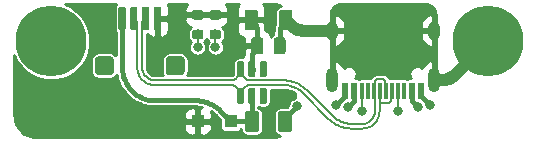
<source format=gbr>
G04 #@! TF.GenerationSoftware,KiCad,Pcbnew,(5.1.4)-1*
G04 #@! TF.CreationDate,2022-02-08T04:13:44-08:00*
G04 #@! TF.ProjectId,bushwacker2,62757368-7761-4636-9b65-72322e6b6963,rev?*
G04 #@! TF.SameCoordinates,Original*
G04 #@! TF.FileFunction,Copper,L1,Top*
G04 #@! TF.FilePolarity,Positive*
%FSLAX46Y46*%
G04 Gerber Fmt 4.6, Leading zero omitted, Abs format (unit mm)*
G04 Created by KiCad (PCBNEW (5.1.4)-1) date 2022-02-08 04:13:44*
%MOMM*%
%LPD*%
G04 APERTURE LIST*
%ADD10R,1.100000X1.100000*%
%ADD11O,1.000000X1.600000*%
%ADD12O,1.000000X2.100000*%
%ADD13R,0.300000X1.450000*%
%ADD14R,0.600000X1.450000*%
%ADD15C,0.100000*%
%ADD16C,0.600000*%
%ADD17C,1.125000*%
%ADD18C,0.800000*%
%ADD19C,1.600000*%
%ADD20C,6.000000*%
%ADD21C,1.250000*%
%ADD22C,1.000000*%
%ADD23C,0.400000*%
%ADD24C,1.000000*%
%ADD25C,0.200000*%
%ADD26C,0.254000*%
G04 APERTURE END LIST*
D10*
X87100000Y-110300000D03*
X84300000Y-110300000D03*
D11*
X95680000Y-102600000D03*
X104320000Y-102600000D03*
D12*
X95680000Y-106780000D03*
X104320000Y-106780000D03*
D13*
X100250000Y-107695000D03*
X99750000Y-107695000D03*
X99250000Y-107695000D03*
X100750000Y-107695000D03*
X98750000Y-107695000D03*
X101250000Y-107695000D03*
X98250000Y-107695000D03*
X101750000Y-107695000D03*
D14*
X102450000Y-107695000D03*
X97550000Y-107695000D03*
X103225000Y-107695000D03*
X96775000Y-107695000D03*
D15*
G36*
X90014703Y-105200722D02*
G01*
X90029264Y-105202882D01*
X90043543Y-105206459D01*
X90057403Y-105211418D01*
X90070710Y-105217712D01*
X90083336Y-105225280D01*
X90095159Y-105234048D01*
X90106066Y-105243934D01*
X90115952Y-105254841D01*
X90124720Y-105266664D01*
X90132288Y-105279290D01*
X90138582Y-105292597D01*
X90143541Y-105306457D01*
X90147118Y-105320736D01*
X90149278Y-105335297D01*
X90150000Y-105350000D01*
X90150000Y-106375000D01*
X90149278Y-106389703D01*
X90147118Y-106404264D01*
X90143541Y-106418543D01*
X90138582Y-106432403D01*
X90132288Y-106445710D01*
X90124720Y-106458336D01*
X90115952Y-106470159D01*
X90106066Y-106481066D01*
X90095159Y-106490952D01*
X90083336Y-106499720D01*
X90070710Y-106507288D01*
X90057403Y-106513582D01*
X90043543Y-106518541D01*
X90029264Y-106522118D01*
X90014703Y-106524278D01*
X90000000Y-106525000D01*
X89700000Y-106525000D01*
X89685297Y-106524278D01*
X89670736Y-106522118D01*
X89656457Y-106518541D01*
X89642597Y-106513582D01*
X89629290Y-106507288D01*
X89616664Y-106499720D01*
X89604841Y-106490952D01*
X89593934Y-106481066D01*
X89584048Y-106470159D01*
X89575280Y-106458336D01*
X89567712Y-106445710D01*
X89561418Y-106432403D01*
X89556459Y-106418543D01*
X89552882Y-106404264D01*
X89550722Y-106389703D01*
X89550000Y-106375000D01*
X89550000Y-105350000D01*
X89550722Y-105335297D01*
X89552882Y-105320736D01*
X89556459Y-105306457D01*
X89561418Y-105292597D01*
X89567712Y-105279290D01*
X89575280Y-105266664D01*
X89584048Y-105254841D01*
X89593934Y-105243934D01*
X89604841Y-105234048D01*
X89616664Y-105225280D01*
X89629290Y-105217712D01*
X89642597Y-105211418D01*
X89656457Y-105206459D01*
X89670736Y-105202882D01*
X89685297Y-105200722D01*
X89700000Y-105200000D01*
X90000000Y-105200000D01*
X90014703Y-105200722D01*
X90014703Y-105200722D01*
G37*
D16*
X89850000Y-105862500D03*
D15*
G36*
X89064703Y-105200722D02*
G01*
X89079264Y-105202882D01*
X89093543Y-105206459D01*
X89107403Y-105211418D01*
X89120710Y-105217712D01*
X89133336Y-105225280D01*
X89145159Y-105234048D01*
X89156066Y-105243934D01*
X89165952Y-105254841D01*
X89174720Y-105266664D01*
X89182288Y-105279290D01*
X89188582Y-105292597D01*
X89193541Y-105306457D01*
X89197118Y-105320736D01*
X89199278Y-105335297D01*
X89200000Y-105350000D01*
X89200000Y-106375000D01*
X89199278Y-106389703D01*
X89197118Y-106404264D01*
X89193541Y-106418543D01*
X89188582Y-106432403D01*
X89182288Y-106445710D01*
X89174720Y-106458336D01*
X89165952Y-106470159D01*
X89156066Y-106481066D01*
X89145159Y-106490952D01*
X89133336Y-106499720D01*
X89120710Y-106507288D01*
X89107403Y-106513582D01*
X89093543Y-106518541D01*
X89079264Y-106522118D01*
X89064703Y-106524278D01*
X89050000Y-106525000D01*
X88750000Y-106525000D01*
X88735297Y-106524278D01*
X88720736Y-106522118D01*
X88706457Y-106518541D01*
X88692597Y-106513582D01*
X88679290Y-106507288D01*
X88666664Y-106499720D01*
X88654841Y-106490952D01*
X88643934Y-106481066D01*
X88634048Y-106470159D01*
X88625280Y-106458336D01*
X88617712Y-106445710D01*
X88611418Y-106432403D01*
X88606459Y-106418543D01*
X88602882Y-106404264D01*
X88600722Y-106389703D01*
X88600000Y-106375000D01*
X88600000Y-105350000D01*
X88600722Y-105335297D01*
X88602882Y-105320736D01*
X88606459Y-105306457D01*
X88611418Y-105292597D01*
X88617712Y-105279290D01*
X88625280Y-105266664D01*
X88634048Y-105254841D01*
X88643934Y-105243934D01*
X88654841Y-105234048D01*
X88666664Y-105225280D01*
X88679290Y-105217712D01*
X88692597Y-105211418D01*
X88706457Y-105206459D01*
X88720736Y-105202882D01*
X88735297Y-105200722D01*
X88750000Y-105200000D01*
X89050000Y-105200000D01*
X89064703Y-105200722D01*
X89064703Y-105200722D01*
G37*
D16*
X88900000Y-105862500D03*
D15*
G36*
X88114703Y-105200722D02*
G01*
X88129264Y-105202882D01*
X88143543Y-105206459D01*
X88157403Y-105211418D01*
X88170710Y-105217712D01*
X88183336Y-105225280D01*
X88195159Y-105234048D01*
X88206066Y-105243934D01*
X88215952Y-105254841D01*
X88224720Y-105266664D01*
X88232288Y-105279290D01*
X88238582Y-105292597D01*
X88243541Y-105306457D01*
X88247118Y-105320736D01*
X88249278Y-105335297D01*
X88250000Y-105350000D01*
X88250000Y-106375000D01*
X88249278Y-106389703D01*
X88247118Y-106404264D01*
X88243541Y-106418543D01*
X88238582Y-106432403D01*
X88232288Y-106445710D01*
X88224720Y-106458336D01*
X88215952Y-106470159D01*
X88206066Y-106481066D01*
X88195159Y-106490952D01*
X88183336Y-106499720D01*
X88170710Y-106507288D01*
X88157403Y-106513582D01*
X88143543Y-106518541D01*
X88129264Y-106522118D01*
X88114703Y-106524278D01*
X88100000Y-106525000D01*
X87800000Y-106525000D01*
X87785297Y-106524278D01*
X87770736Y-106522118D01*
X87756457Y-106518541D01*
X87742597Y-106513582D01*
X87729290Y-106507288D01*
X87716664Y-106499720D01*
X87704841Y-106490952D01*
X87693934Y-106481066D01*
X87684048Y-106470159D01*
X87675280Y-106458336D01*
X87667712Y-106445710D01*
X87661418Y-106432403D01*
X87656459Y-106418543D01*
X87652882Y-106404264D01*
X87650722Y-106389703D01*
X87650000Y-106375000D01*
X87650000Y-105350000D01*
X87650722Y-105335297D01*
X87652882Y-105320736D01*
X87656459Y-105306457D01*
X87661418Y-105292597D01*
X87667712Y-105279290D01*
X87675280Y-105266664D01*
X87684048Y-105254841D01*
X87693934Y-105243934D01*
X87704841Y-105234048D01*
X87716664Y-105225280D01*
X87729290Y-105217712D01*
X87742597Y-105211418D01*
X87756457Y-105206459D01*
X87770736Y-105202882D01*
X87785297Y-105200722D01*
X87800000Y-105200000D01*
X88100000Y-105200000D01*
X88114703Y-105200722D01*
X88114703Y-105200722D01*
G37*
D16*
X87950000Y-105862500D03*
D15*
G36*
X88114703Y-107475722D02*
G01*
X88129264Y-107477882D01*
X88143543Y-107481459D01*
X88157403Y-107486418D01*
X88170710Y-107492712D01*
X88183336Y-107500280D01*
X88195159Y-107509048D01*
X88206066Y-107518934D01*
X88215952Y-107529841D01*
X88224720Y-107541664D01*
X88232288Y-107554290D01*
X88238582Y-107567597D01*
X88243541Y-107581457D01*
X88247118Y-107595736D01*
X88249278Y-107610297D01*
X88250000Y-107625000D01*
X88250000Y-108650000D01*
X88249278Y-108664703D01*
X88247118Y-108679264D01*
X88243541Y-108693543D01*
X88238582Y-108707403D01*
X88232288Y-108720710D01*
X88224720Y-108733336D01*
X88215952Y-108745159D01*
X88206066Y-108756066D01*
X88195159Y-108765952D01*
X88183336Y-108774720D01*
X88170710Y-108782288D01*
X88157403Y-108788582D01*
X88143543Y-108793541D01*
X88129264Y-108797118D01*
X88114703Y-108799278D01*
X88100000Y-108800000D01*
X87800000Y-108800000D01*
X87785297Y-108799278D01*
X87770736Y-108797118D01*
X87756457Y-108793541D01*
X87742597Y-108788582D01*
X87729290Y-108782288D01*
X87716664Y-108774720D01*
X87704841Y-108765952D01*
X87693934Y-108756066D01*
X87684048Y-108745159D01*
X87675280Y-108733336D01*
X87667712Y-108720710D01*
X87661418Y-108707403D01*
X87656459Y-108693543D01*
X87652882Y-108679264D01*
X87650722Y-108664703D01*
X87650000Y-108650000D01*
X87650000Y-107625000D01*
X87650722Y-107610297D01*
X87652882Y-107595736D01*
X87656459Y-107581457D01*
X87661418Y-107567597D01*
X87667712Y-107554290D01*
X87675280Y-107541664D01*
X87684048Y-107529841D01*
X87693934Y-107518934D01*
X87704841Y-107509048D01*
X87716664Y-107500280D01*
X87729290Y-107492712D01*
X87742597Y-107486418D01*
X87756457Y-107481459D01*
X87770736Y-107477882D01*
X87785297Y-107475722D01*
X87800000Y-107475000D01*
X88100000Y-107475000D01*
X88114703Y-107475722D01*
X88114703Y-107475722D01*
G37*
D16*
X87950000Y-108137500D03*
D15*
G36*
X89064703Y-107475722D02*
G01*
X89079264Y-107477882D01*
X89093543Y-107481459D01*
X89107403Y-107486418D01*
X89120710Y-107492712D01*
X89133336Y-107500280D01*
X89145159Y-107509048D01*
X89156066Y-107518934D01*
X89165952Y-107529841D01*
X89174720Y-107541664D01*
X89182288Y-107554290D01*
X89188582Y-107567597D01*
X89193541Y-107581457D01*
X89197118Y-107595736D01*
X89199278Y-107610297D01*
X89200000Y-107625000D01*
X89200000Y-108650000D01*
X89199278Y-108664703D01*
X89197118Y-108679264D01*
X89193541Y-108693543D01*
X89188582Y-108707403D01*
X89182288Y-108720710D01*
X89174720Y-108733336D01*
X89165952Y-108745159D01*
X89156066Y-108756066D01*
X89145159Y-108765952D01*
X89133336Y-108774720D01*
X89120710Y-108782288D01*
X89107403Y-108788582D01*
X89093543Y-108793541D01*
X89079264Y-108797118D01*
X89064703Y-108799278D01*
X89050000Y-108800000D01*
X88750000Y-108800000D01*
X88735297Y-108799278D01*
X88720736Y-108797118D01*
X88706457Y-108793541D01*
X88692597Y-108788582D01*
X88679290Y-108782288D01*
X88666664Y-108774720D01*
X88654841Y-108765952D01*
X88643934Y-108756066D01*
X88634048Y-108745159D01*
X88625280Y-108733336D01*
X88617712Y-108720710D01*
X88611418Y-108707403D01*
X88606459Y-108693543D01*
X88602882Y-108679264D01*
X88600722Y-108664703D01*
X88600000Y-108650000D01*
X88600000Y-107625000D01*
X88600722Y-107610297D01*
X88602882Y-107595736D01*
X88606459Y-107581457D01*
X88611418Y-107567597D01*
X88617712Y-107554290D01*
X88625280Y-107541664D01*
X88634048Y-107529841D01*
X88643934Y-107518934D01*
X88654841Y-107509048D01*
X88666664Y-107500280D01*
X88679290Y-107492712D01*
X88692597Y-107486418D01*
X88706457Y-107481459D01*
X88720736Y-107477882D01*
X88735297Y-107475722D01*
X88750000Y-107475000D01*
X89050000Y-107475000D01*
X89064703Y-107475722D01*
X89064703Y-107475722D01*
G37*
D16*
X88900000Y-108137500D03*
D15*
G36*
X90014703Y-107475722D02*
G01*
X90029264Y-107477882D01*
X90043543Y-107481459D01*
X90057403Y-107486418D01*
X90070710Y-107492712D01*
X90083336Y-107500280D01*
X90095159Y-107509048D01*
X90106066Y-107518934D01*
X90115952Y-107529841D01*
X90124720Y-107541664D01*
X90132288Y-107554290D01*
X90138582Y-107567597D01*
X90143541Y-107581457D01*
X90147118Y-107595736D01*
X90149278Y-107610297D01*
X90150000Y-107625000D01*
X90150000Y-108650000D01*
X90149278Y-108664703D01*
X90147118Y-108679264D01*
X90143541Y-108693543D01*
X90138582Y-108707403D01*
X90132288Y-108720710D01*
X90124720Y-108733336D01*
X90115952Y-108745159D01*
X90106066Y-108756066D01*
X90095159Y-108765952D01*
X90083336Y-108774720D01*
X90070710Y-108782288D01*
X90057403Y-108788582D01*
X90043543Y-108793541D01*
X90029264Y-108797118D01*
X90014703Y-108799278D01*
X90000000Y-108800000D01*
X89700000Y-108800000D01*
X89685297Y-108799278D01*
X89670736Y-108797118D01*
X89656457Y-108793541D01*
X89642597Y-108788582D01*
X89629290Y-108782288D01*
X89616664Y-108774720D01*
X89604841Y-108765952D01*
X89593934Y-108756066D01*
X89584048Y-108745159D01*
X89575280Y-108733336D01*
X89567712Y-108720710D01*
X89561418Y-108707403D01*
X89556459Y-108693543D01*
X89552882Y-108679264D01*
X89550722Y-108664703D01*
X89550000Y-108650000D01*
X89550000Y-107625000D01*
X89550722Y-107610297D01*
X89552882Y-107595736D01*
X89556459Y-107581457D01*
X89561418Y-107567597D01*
X89567712Y-107554290D01*
X89575280Y-107541664D01*
X89584048Y-107529841D01*
X89593934Y-107518934D01*
X89604841Y-107509048D01*
X89616664Y-107500280D01*
X89629290Y-107492712D01*
X89642597Y-107486418D01*
X89656457Y-107481459D01*
X89670736Y-107477882D01*
X89685297Y-107475722D01*
X89700000Y-107475000D01*
X90000000Y-107475000D01*
X90014703Y-107475722D01*
X90014703Y-107475722D01*
G37*
D16*
X89850000Y-108137500D03*
D15*
G36*
X92099505Y-100826204D02*
G01*
X92123773Y-100829804D01*
X92147572Y-100835765D01*
X92170671Y-100844030D01*
X92192850Y-100854520D01*
X92213893Y-100867132D01*
X92233599Y-100881747D01*
X92251777Y-100898223D01*
X92268253Y-100916401D01*
X92282868Y-100936107D01*
X92295480Y-100957150D01*
X92305970Y-100979329D01*
X92314235Y-101002428D01*
X92320196Y-101026227D01*
X92323796Y-101050495D01*
X92325000Y-101074999D01*
X92325000Y-102325001D01*
X92323796Y-102349505D01*
X92320196Y-102373773D01*
X92314235Y-102397572D01*
X92305970Y-102420671D01*
X92295480Y-102442850D01*
X92282868Y-102463893D01*
X92268253Y-102483599D01*
X92251777Y-102501777D01*
X92233599Y-102518253D01*
X92213893Y-102532868D01*
X92192850Y-102545480D01*
X92170671Y-102555970D01*
X92147572Y-102564235D01*
X92123773Y-102570196D01*
X92099505Y-102573796D01*
X92075001Y-102575000D01*
X91449999Y-102575000D01*
X91425495Y-102573796D01*
X91401227Y-102570196D01*
X91377428Y-102564235D01*
X91354329Y-102555970D01*
X91332150Y-102545480D01*
X91311107Y-102532868D01*
X91291401Y-102518253D01*
X91273223Y-102501777D01*
X91256747Y-102483599D01*
X91242132Y-102463893D01*
X91229520Y-102442850D01*
X91219030Y-102420671D01*
X91210765Y-102397572D01*
X91204804Y-102373773D01*
X91201204Y-102349505D01*
X91200000Y-102325001D01*
X91200000Y-101074999D01*
X91201204Y-101050495D01*
X91204804Y-101026227D01*
X91210765Y-101002428D01*
X91219030Y-100979329D01*
X91229520Y-100957150D01*
X91242132Y-100936107D01*
X91256747Y-100916401D01*
X91273223Y-100898223D01*
X91291401Y-100881747D01*
X91311107Y-100867132D01*
X91332150Y-100854520D01*
X91354329Y-100844030D01*
X91377428Y-100835765D01*
X91401227Y-100829804D01*
X91425495Y-100826204D01*
X91449999Y-100825000D01*
X92075001Y-100825000D01*
X92099505Y-100826204D01*
X92099505Y-100826204D01*
G37*
D17*
X91762500Y-101700000D03*
D15*
G36*
X89174505Y-100826204D02*
G01*
X89198773Y-100829804D01*
X89222572Y-100835765D01*
X89245671Y-100844030D01*
X89267850Y-100854520D01*
X89288893Y-100867132D01*
X89308599Y-100881747D01*
X89326777Y-100898223D01*
X89343253Y-100916401D01*
X89357868Y-100936107D01*
X89370480Y-100957150D01*
X89380970Y-100979329D01*
X89389235Y-101002428D01*
X89395196Y-101026227D01*
X89398796Y-101050495D01*
X89400000Y-101074999D01*
X89400000Y-102325001D01*
X89398796Y-102349505D01*
X89395196Y-102373773D01*
X89389235Y-102397572D01*
X89380970Y-102420671D01*
X89370480Y-102442850D01*
X89357868Y-102463893D01*
X89343253Y-102483599D01*
X89326777Y-102501777D01*
X89308599Y-102518253D01*
X89288893Y-102532868D01*
X89267850Y-102545480D01*
X89245671Y-102555970D01*
X89222572Y-102564235D01*
X89198773Y-102570196D01*
X89174505Y-102573796D01*
X89150001Y-102575000D01*
X88524999Y-102575000D01*
X88500495Y-102573796D01*
X88476227Y-102570196D01*
X88452428Y-102564235D01*
X88429329Y-102555970D01*
X88407150Y-102545480D01*
X88386107Y-102532868D01*
X88366401Y-102518253D01*
X88348223Y-102501777D01*
X88331747Y-102483599D01*
X88317132Y-102463893D01*
X88304520Y-102442850D01*
X88294030Y-102420671D01*
X88285765Y-102397572D01*
X88279804Y-102373773D01*
X88276204Y-102349505D01*
X88275000Y-102325001D01*
X88275000Y-101074999D01*
X88276204Y-101050495D01*
X88279804Y-101026227D01*
X88285765Y-101002428D01*
X88294030Y-100979329D01*
X88304520Y-100957150D01*
X88317132Y-100936107D01*
X88331747Y-100916401D01*
X88348223Y-100898223D01*
X88366401Y-100881747D01*
X88386107Y-100867132D01*
X88407150Y-100854520D01*
X88429329Y-100844030D01*
X88452428Y-100835765D01*
X88476227Y-100829804D01*
X88500495Y-100826204D01*
X88524999Y-100825000D01*
X89150001Y-100825000D01*
X89174505Y-100826204D01*
X89174505Y-100826204D01*
G37*
D17*
X88837500Y-101700000D03*
D15*
G36*
X86094603Y-100875963D02*
G01*
X86114018Y-100878843D01*
X86133057Y-100883612D01*
X86151537Y-100890224D01*
X86169279Y-100898616D01*
X86186114Y-100908706D01*
X86201879Y-100920398D01*
X86216421Y-100933579D01*
X86229602Y-100948121D01*
X86241294Y-100963886D01*
X86251384Y-100980721D01*
X86259776Y-100998463D01*
X86266388Y-101016943D01*
X86271157Y-101035982D01*
X86274037Y-101055397D01*
X86275000Y-101075000D01*
X86275000Y-101475000D01*
X86274037Y-101494603D01*
X86271157Y-101514018D01*
X86266388Y-101533057D01*
X86259776Y-101551537D01*
X86251384Y-101569279D01*
X86241294Y-101586114D01*
X86229602Y-101601879D01*
X86216421Y-101616421D01*
X86201879Y-101629602D01*
X86186114Y-101641294D01*
X86169279Y-101651384D01*
X86151537Y-101659776D01*
X86133057Y-101666388D01*
X86114018Y-101671157D01*
X86094603Y-101674037D01*
X86075000Y-101675000D01*
X85525000Y-101675000D01*
X85505397Y-101674037D01*
X85485982Y-101671157D01*
X85466943Y-101666388D01*
X85448463Y-101659776D01*
X85430721Y-101651384D01*
X85413886Y-101641294D01*
X85398121Y-101629602D01*
X85383579Y-101616421D01*
X85370398Y-101601879D01*
X85358706Y-101586114D01*
X85348616Y-101569279D01*
X85340224Y-101551537D01*
X85333612Y-101533057D01*
X85328843Y-101514018D01*
X85325963Y-101494603D01*
X85325000Y-101475000D01*
X85325000Y-101075000D01*
X85325963Y-101055397D01*
X85328843Y-101035982D01*
X85333612Y-101016943D01*
X85340224Y-100998463D01*
X85348616Y-100980721D01*
X85358706Y-100963886D01*
X85370398Y-100948121D01*
X85383579Y-100933579D01*
X85398121Y-100920398D01*
X85413886Y-100908706D01*
X85430721Y-100898616D01*
X85448463Y-100890224D01*
X85466943Y-100883612D01*
X85485982Y-100878843D01*
X85505397Y-100875963D01*
X85525000Y-100875000D01*
X86075000Y-100875000D01*
X86094603Y-100875963D01*
X86094603Y-100875963D01*
G37*
D18*
X85800000Y-101275000D03*
D15*
G36*
X86094603Y-102525963D02*
G01*
X86114018Y-102528843D01*
X86133057Y-102533612D01*
X86151537Y-102540224D01*
X86169279Y-102548616D01*
X86186114Y-102558706D01*
X86201879Y-102570398D01*
X86216421Y-102583579D01*
X86229602Y-102598121D01*
X86241294Y-102613886D01*
X86251384Y-102630721D01*
X86259776Y-102648463D01*
X86266388Y-102666943D01*
X86271157Y-102685982D01*
X86274037Y-102705397D01*
X86275000Y-102725000D01*
X86275000Y-103125000D01*
X86274037Y-103144603D01*
X86271157Y-103164018D01*
X86266388Y-103183057D01*
X86259776Y-103201537D01*
X86251384Y-103219279D01*
X86241294Y-103236114D01*
X86229602Y-103251879D01*
X86216421Y-103266421D01*
X86201879Y-103279602D01*
X86186114Y-103291294D01*
X86169279Y-103301384D01*
X86151537Y-103309776D01*
X86133057Y-103316388D01*
X86114018Y-103321157D01*
X86094603Y-103324037D01*
X86075000Y-103325000D01*
X85525000Y-103325000D01*
X85505397Y-103324037D01*
X85485982Y-103321157D01*
X85466943Y-103316388D01*
X85448463Y-103309776D01*
X85430721Y-103301384D01*
X85413886Y-103291294D01*
X85398121Y-103279602D01*
X85383579Y-103266421D01*
X85370398Y-103251879D01*
X85358706Y-103236114D01*
X85348616Y-103219279D01*
X85340224Y-103201537D01*
X85333612Y-103183057D01*
X85328843Y-103164018D01*
X85325963Y-103144603D01*
X85325000Y-103125000D01*
X85325000Y-102725000D01*
X85325963Y-102705397D01*
X85328843Y-102685982D01*
X85333612Y-102666943D01*
X85340224Y-102648463D01*
X85348616Y-102630721D01*
X85358706Y-102613886D01*
X85370398Y-102598121D01*
X85383579Y-102583579D01*
X85398121Y-102570398D01*
X85413886Y-102558706D01*
X85430721Y-102548616D01*
X85448463Y-102540224D01*
X85466943Y-102533612D01*
X85485982Y-102528843D01*
X85505397Y-102525963D01*
X85525000Y-102525000D01*
X86075000Y-102525000D01*
X86094603Y-102525963D01*
X86094603Y-102525963D01*
G37*
D18*
X85800000Y-102925000D03*
D15*
G36*
X84594603Y-100875963D02*
G01*
X84614018Y-100878843D01*
X84633057Y-100883612D01*
X84651537Y-100890224D01*
X84669279Y-100898616D01*
X84686114Y-100908706D01*
X84701879Y-100920398D01*
X84716421Y-100933579D01*
X84729602Y-100948121D01*
X84741294Y-100963886D01*
X84751384Y-100980721D01*
X84759776Y-100998463D01*
X84766388Y-101016943D01*
X84771157Y-101035982D01*
X84774037Y-101055397D01*
X84775000Y-101075000D01*
X84775000Y-101475000D01*
X84774037Y-101494603D01*
X84771157Y-101514018D01*
X84766388Y-101533057D01*
X84759776Y-101551537D01*
X84751384Y-101569279D01*
X84741294Y-101586114D01*
X84729602Y-101601879D01*
X84716421Y-101616421D01*
X84701879Y-101629602D01*
X84686114Y-101641294D01*
X84669279Y-101651384D01*
X84651537Y-101659776D01*
X84633057Y-101666388D01*
X84614018Y-101671157D01*
X84594603Y-101674037D01*
X84575000Y-101675000D01*
X84025000Y-101675000D01*
X84005397Y-101674037D01*
X83985982Y-101671157D01*
X83966943Y-101666388D01*
X83948463Y-101659776D01*
X83930721Y-101651384D01*
X83913886Y-101641294D01*
X83898121Y-101629602D01*
X83883579Y-101616421D01*
X83870398Y-101601879D01*
X83858706Y-101586114D01*
X83848616Y-101569279D01*
X83840224Y-101551537D01*
X83833612Y-101533057D01*
X83828843Y-101514018D01*
X83825963Y-101494603D01*
X83825000Y-101475000D01*
X83825000Y-101075000D01*
X83825963Y-101055397D01*
X83828843Y-101035982D01*
X83833612Y-101016943D01*
X83840224Y-100998463D01*
X83848616Y-100980721D01*
X83858706Y-100963886D01*
X83870398Y-100948121D01*
X83883579Y-100933579D01*
X83898121Y-100920398D01*
X83913886Y-100908706D01*
X83930721Y-100898616D01*
X83948463Y-100890224D01*
X83966943Y-100883612D01*
X83985982Y-100878843D01*
X84005397Y-100875963D01*
X84025000Y-100875000D01*
X84575000Y-100875000D01*
X84594603Y-100875963D01*
X84594603Y-100875963D01*
G37*
D18*
X84300000Y-101275000D03*
D15*
G36*
X84594603Y-102525963D02*
G01*
X84614018Y-102528843D01*
X84633057Y-102533612D01*
X84651537Y-102540224D01*
X84669279Y-102548616D01*
X84686114Y-102558706D01*
X84701879Y-102570398D01*
X84716421Y-102583579D01*
X84729602Y-102598121D01*
X84741294Y-102613886D01*
X84751384Y-102630721D01*
X84759776Y-102648463D01*
X84766388Y-102666943D01*
X84771157Y-102685982D01*
X84774037Y-102705397D01*
X84775000Y-102725000D01*
X84775000Y-103125000D01*
X84774037Y-103144603D01*
X84771157Y-103164018D01*
X84766388Y-103183057D01*
X84759776Y-103201537D01*
X84751384Y-103219279D01*
X84741294Y-103236114D01*
X84729602Y-103251879D01*
X84716421Y-103266421D01*
X84701879Y-103279602D01*
X84686114Y-103291294D01*
X84669279Y-103301384D01*
X84651537Y-103309776D01*
X84633057Y-103316388D01*
X84614018Y-103321157D01*
X84594603Y-103324037D01*
X84575000Y-103325000D01*
X84025000Y-103325000D01*
X84005397Y-103324037D01*
X83985982Y-103321157D01*
X83966943Y-103316388D01*
X83948463Y-103309776D01*
X83930721Y-103301384D01*
X83913886Y-103291294D01*
X83898121Y-103279602D01*
X83883579Y-103266421D01*
X83870398Y-103251879D01*
X83858706Y-103236114D01*
X83848616Y-103219279D01*
X83840224Y-103201537D01*
X83833612Y-103183057D01*
X83828843Y-103164018D01*
X83825963Y-103144603D01*
X83825000Y-103125000D01*
X83825000Y-102725000D01*
X83825963Y-102705397D01*
X83828843Y-102685982D01*
X83833612Y-102666943D01*
X83840224Y-102648463D01*
X83848616Y-102630721D01*
X83858706Y-102613886D01*
X83870398Y-102598121D01*
X83883579Y-102583579D01*
X83898121Y-102570398D01*
X83913886Y-102558706D01*
X83930721Y-102548616D01*
X83948463Y-102540224D01*
X83966943Y-102533612D01*
X83985982Y-102528843D01*
X84005397Y-102525963D01*
X84025000Y-102525000D01*
X84575000Y-102525000D01*
X84594603Y-102525963D01*
X84594603Y-102525963D01*
G37*
D18*
X84300000Y-102925000D03*
D15*
G36*
X78064703Y-100575722D02*
G01*
X78079264Y-100577882D01*
X78093543Y-100581459D01*
X78107403Y-100586418D01*
X78120710Y-100592712D01*
X78133336Y-100600280D01*
X78145159Y-100609048D01*
X78156066Y-100618934D01*
X78165952Y-100629841D01*
X78174720Y-100641664D01*
X78182288Y-100654290D01*
X78188582Y-100667597D01*
X78193541Y-100681457D01*
X78197118Y-100695736D01*
X78199278Y-100710297D01*
X78200000Y-100725000D01*
X78200000Y-102425000D01*
X78199278Y-102439703D01*
X78197118Y-102454264D01*
X78193541Y-102468543D01*
X78188582Y-102482403D01*
X78182288Y-102495710D01*
X78174720Y-102508336D01*
X78165952Y-102520159D01*
X78156066Y-102531066D01*
X78145159Y-102540952D01*
X78133336Y-102549720D01*
X78120710Y-102557288D01*
X78107403Y-102563582D01*
X78093543Y-102568541D01*
X78079264Y-102572118D01*
X78064703Y-102574278D01*
X78050000Y-102575000D01*
X77750000Y-102575000D01*
X77735297Y-102574278D01*
X77720736Y-102572118D01*
X77706457Y-102568541D01*
X77692597Y-102563582D01*
X77679290Y-102557288D01*
X77666664Y-102549720D01*
X77654841Y-102540952D01*
X77643934Y-102531066D01*
X77634048Y-102520159D01*
X77625280Y-102508336D01*
X77617712Y-102495710D01*
X77611418Y-102482403D01*
X77606459Y-102468543D01*
X77602882Y-102454264D01*
X77600722Y-102439703D01*
X77600000Y-102425000D01*
X77600000Y-100725000D01*
X77600722Y-100710297D01*
X77602882Y-100695736D01*
X77606459Y-100681457D01*
X77611418Y-100667597D01*
X77617712Y-100654290D01*
X77625280Y-100641664D01*
X77634048Y-100629841D01*
X77643934Y-100618934D01*
X77654841Y-100609048D01*
X77666664Y-100600280D01*
X77679290Y-100592712D01*
X77692597Y-100586418D01*
X77706457Y-100581459D01*
X77720736Y-100577882D01*
X77735297Y-100575722D01*
X77750000Y-100575000D01*
X78050000Y-100575000D01*
X78064703Y-100575722D01*
X78064703Y-100575722D01*
G37*
D16*
X77900000Y-101575000D03*
D15*
G36*
X79064703Y-100575722D02*
G01*
X79079264Y-100577882D01*
X79093543Y-100581459D01*
X79107403Y-100586418D01*
X79120710Y-100592712D01*
X79133336Y-100600280D01*
X79145159Y-100609048D01*
X79156066Y-100618934D01*
X79165952Y-100629841D01*
X79174720Y-100641664D01*
X79182288Y-100654290D01*
X79188582Y-100667597D01*
X79193541Y-100681457D01*
X79197118Y-100695736D01*
X79199278Y-100710297D01*
X79200000Y-100725000D01*
X79200000Y-102425000D01*
X79199278Y-102439703D01*
X79197118Y-102454264D01*
X79193541Y-102468543D01*
X79188582Y-102482403D01*
X79182288Y-102495710D01*
X79174720Y-102508336D01*
X79165952Y-102520159D01*
X79156066Y-102531066D01*
X79145159Y-102540952D01*
X79133336Y-102549720D01*
X79120710Y-102557288D01*
X79107403Y-102563582D01*
X79093543Y-102568541D01*
X79079264Y-102572118D01*
X79064703Y-102574278D01*
X79050000Y-102575000D01*
X78750000Y-102575000D01*
X78735297Y-102574278D01*
X78720736Y-102572118D01*
X78706457Y-102568541D01*
X78692597Y-102563582D01*
X78679290Y-102557288D01*
X78666664Y-102549720D01*
X78654841Y-102540952D01*
X78643934Y-102531066D01*
X78634048Y-102520159D01*
X78625280Y-102508336D01*
X78617712Y-102495710D01*
X78611418Y-102482403D01*
X78606459Y-102468543D01*
X78602882Y-102454264D01*
X78600722Y-102439703D01*
X78600000Y-102425000D01*
X78600000Y-100725000D01*
X78600722Y-100710297D01*
X78602882Y-100695736D01*
X78606459Y-100681457D01*
X78611418Y-100667597D01*
X78617712Y-100654290D01*
X78625280Y-100641664D01*
X78634048Y-100629841D01*
X78643934Y-100618934D01*
X78654841Y-100609048D01*
X78666664Y-100600280D01*
X78679290Y-100592712D01*
X78692597Y-100586418D01*
X78706457Y-100581459D01*
X78720736Y-100577882D01*
X78735297Y-100575722D01*
X78750000Y-100575000D01*
X79050000Y-100575000D01*
X79064703Y-100575722D01*
X79064703Y-100575722D01*
G37*
D16*
X78900000Y-101575000D03*
D15*
G36*
X80064703Y-100575722D02*
G01*
X80079264Y-100577882D01*
X80093543Y-100581459D01*
X80107403Y-100586418D01*
X80120710Y-100592712D01*
X80133336Y-100600280D01*
X80145159Y-100609048D01*
X80156066Y-100618934D01*
X80165952Y-100629841D01*
X80174720Y-100641664D01*
X80182288Y-100654290D01*
X80188582Y-100667597D01*
X80193541Y-100681457D01*
X80197118Y-100695736D01*
X80199278Y-100710297D01*
X80200000Y-100725000D01*
X80200000Y-102425000D01*
X80199278Y-102439703D01*
X80197118Y-102454264D01*
X80193541Y-102468543D01*
X80188582Y-102482403D01*
X80182288Y-102495710D01*
X80174720Y-102508336D01*
X80165952Y-102520159D01*
X80156066Y-102531066D01*
X80145159Y-102540952D01*
X80133336Y-102549720D01*
X80120710Y-102557288D01*
X80107403Y-102563582D01*
X80093543Y-102568541D01*
X80079264Y-102572118D01*
X80064703Y-102574278D01*
X80050000Y-102575000D01*
X79750000Y-102575000D01*
X79735297Y-102574278D01*
X79720736Y-102572118D01*
X79706457Y-102568541D01*
X79692597Y-102563582D01*
X79679290Y-102557288D01*
X79666664Y-102549720D01*
X79654841Y-102540952D01*
X79643934Y-102531066D01*
X79634048Y-102520159D01*
X79625280Y-102508336D01*
X79617712Y-102495710D01*
X79611418Y-102482403D01*
X79606459Y-102468543D01*
X79602882Y-102454264D01*
X79600722Y-102439703D01*
X79600000Y-102425000D01*
X79600000Y-100725000D01*
X79600722Y-100710297D01*
X79602882Y-100695736D01*
X79606459Y-100681457D01*
X79611418Y-100667597D01*
X79617712Y-100654290D01*
X79625280Y-100641664D01*
X79634048Y-100629841D01*
X79643934Y-100618934D01*
X79654841Y-100609048D01*
X79666664Y-100600280D01*
X79679290Y-100592712D01*
X79692597Y-100586418D01*
X79706457Y-100581459D01*
X79720736Y-100577882D01*
X79735297Y-100575722D01*
X79750000Y-100575000D01*
X80050000Y-100575000D01*
X80064703Y-100575722D01*
X80064703Y-100575722D01*
G37*
D16*
X79900000Y-101575000D03*
D15*
G36*
X81064703Y-100575722D02*
G01*
X81079264Y-100577882D01*
X81093543Y-100581459D01*
X81107403Y-100586418D01*
X81120710Y-100592712D01*
X81133336Y-100600280D01*
X81145159Y-100609048D01*
X81156066Y-100618934D01*
X81165952Y-100629841D01*
X81174720Y-100641664D01*
X81182288Y-100654290D01*
X81188582Y-100667597D01*
X81193541Y-100681457D01*
X81197118Y-100695736D01*
X81199278Y-100710297D01*
X81200000Y-100725000D01*
X81200000Y-102425000D01*
X81199278Y-102439703D01*
X81197118Y-102454264D01*
X81193541Y-102468543D01*
X81188582Y-102482403D01*
X81182288Y-102495710D01*
X81174720Y-102508336D01*
X81165952Y-102520159D01*
X81156066Y-102531066D01*
X81145159Y-102540952D01*
X81133336Y-102549720D01*
X81120710Y-102557288D01*
X81107403Y-102563582D01*
X81093543Y-102568541D01*
X81079264Y-102572118D01*
X81064703Y-102574278D01*
X81050000Y-102575000D01*
X80750000Y-102575000D01*
X80735297Y-102574278D01*
X80720736Y-102572118D01*
X80706457Y-102568541D01*
X80692597Y-102563582D01*
X80679290Y-102557288D01*
X80666664Y-102549720D01*
X80654841Y-102540952D01*
X80643934Y-102531066D01*
X80634048Y-102520159D01*
X80625280Y-102508336D01*
X80617712Y-102495710D01*
X80611418Y-102482403D01*
X80606459Y-102468543D01*
X80602882Y-102454264D01*
X80600722Y-102439703D01*
X80600000Y-102425000D01*
X80600000Y-100725000D01*
X80600722Y-100710297D01*
X80602882Y-100695736D01*
X80606459Y-100681457D01*
X80611418Y-100667597D01*
X80617712Y-100654290D01*
X80625280Y-100641664D01*
X80634048Y-100629841D01*
X80643934Y-100618934D01*
X80654841Y-100609048D01*
X80666664Y-100600280D01*
X80679290Y-100592712D01*
X80692597Y-100586418D01*
X80706457Y-100581459D01*
X80720736Y-100577882D01*
X80735297Y-100575722D01*
X80750000Y-100575000D01*
X81050000Y-100575000D01*
X81064703Y-100575722D01*
X81064703Y-100575722D01*
G37*
D16*
X80900000Y-101575000D03*
D15*
G36*
X76911365Y-104776541D02*
G01*
X76942429Y-104781149D01*
X76972891Y-104788779D01*
X77002459Y-104799359D01*
X77030847Y-104812785D01*
X77057782Y-104828930D01*
X77083006Y-104847637D01*
X77106274Y-104868726D01*
X77127363Y-104891994D01*
X77146070Y-104917218D01*
X77162215Y-104944153D01*
X77175641Y-104972541D01*
X77186221Y-105002109D01*
X77193851Y-105032571D01*
X77198459Y-105063635D01*
X77200000Y-105095000D01*
X77200000Y-106055000D01*
X77198459Y-106086365D01*
X77193851Y-106117429D01*
X77186221Y-106147891D01*
X77175641Y-106177459D01*
X77162215Y-106205847D01*
X77146070Y-106232782D01*
X77127363Y-106258006D01*
X77106274Y-106281274D01*
X77083006Y-106302363D01*
X77057782Y-106321070D01*
X77030847Y-106337215D01*
X77002459Y-106350641D01*
X76972891Y-106361221D01*
X76942429Y-106368851D01*
X76911365Y-106373459D01*
X76880000Y-106375000D01*
X75920000Y-106375000D01*
X75888635Y-106373459D01*
X75857571Y-106368851D01*
X75827109Y-106361221D01*
X75797541Y-106350641D01*
X75769153Y-106337215D01*
X75742218Y-106321070D01*
X75716994Y-106302363D01*
X75693726Y-106281274D01*
X75672637Y-106258006D01*
X75653930Y-106232782D01*
X75637785Y-106205847D01*
X75624359Y-106177459D01*
X75613779Y-106147891D01*
X75606149Y-106117429D01*
X75601541Y-106086365D01*
X75600000Y-106055000D01*
X75600000Y-105095000D01*
X75601541Y-105063635D01*
X75606149Y-105032571D01*
X75613779Y-105002109D01*
X75624359Y-104972541D01*
X75637785Y-104944153D01*
X75653930Y-104917218D01*
X75672637Y-104891994D01*
X75693726Y-104868726D01*
X75716994Y-104847637D01*
X75742218Y-104828930D01*
X75769153Y-104812785D01*
X75797541Y-104799359D01*
X75827109Y-104788779D01*
X75857571Y-104781149D01*
X75888635Y-104776541D01*
X75920000Y-104775000D01*
X76880000Y-104775000D01*
X76911365Y-104776541D01*
X76911365Y-104776541D01*
G37*
D19*
X76400000Y-105575000D03*
D15*
G36*
X82911365Y-104776541D02*
G01*
X82942429Y-104781149D01*
X82972891Y-104788779D01*
X83002459Y-104799359D01*
X83030847Y-104812785D01*
X83057782Y-104828930D01*
X83083006Y-104847637D01*
X83106274Y-104868726D01*
X83127363Y-104891994D01*
X83146070Y-104917218D01*
X83162215Y-104944153D01*
X83175641Y-104972541D01*
X83186221Y-105002109D01*
X83193851Y-105032571D01*
X83198459Y-105063635D01*
X83200000Y-105095000D01*
X83200000Y-106055000D01*
X83198459Y-106086365D01*
X83193851Y-106117429D01*
X83186221Y-106147891D01*
X83175641Y-106177459D01*
X83162215Y-106205847D01*
X83146070Y-106232782D01*
X83127363Y-106258006D01*
X83106274Y-106281274D01*
X83083006Y-106302363D01*
X83057782Y-106321070D01*
X83030847Y-106337215D01*
X83002459Y-106350641D01*
X82972891Y-106361221D01*
X82942429Y-106368851D01*
X82911365Y-106373459D01*
X82880000Y-106375000D01*
X81920000Y-106375000D01*
X81888635Y-106373459D01*
X81857571Y-106368851D01*
X81827109Y-106361221D01*
X81797541Y-106350641D01*
X81769153Y-106337215D01*
X81742218Y-106321070D01*
X81716994Y-106302363D01*
X81693726Y-106281274D01*
X81672637Y-106258006D01*
X81653930Y-106232782D01*
X81637785Y-106205847D01*
X81624359Y-106177459D01*
X81613779Y-106147891D01*
X81606149Y-106117429D01*
X81601541Y-106086365D01*
X81600000Y-106055000D01*
X81600000Y-105095000D01*
X81601541Y-105063635D01*
X81606149Y-105032571D01*
X81613779Y-105002109D01*
X81624359Y-104972541D01*
X81637785Y-104944153D01*
X81653930Y-104917218D01*
X81672637Y-104891994D01*
X81693726Y-104868726D01*
X81716994Y-104847637D01*
X81742218Y-104828930D01*
X81769153Y-104812785D01*
X81797541Y-104799359D01*
X81827109Y-104788779D01*
X81857571Y-104781149D01*
X81888635Y-104776541D01*
X81920000Y-104775000D01*
X82880000Y-104775000D01*
X82911365Y-104776541D01*
X82911365Y-104776541D01*
G37*
D19*
X82400000Y-105575000D03*
D20*
X108900000Y-103500000D03*
D18*
X111200000Y-103500000D03*
X110526346Y-105126346D03*
X108900000Y-105800000D03*
X107273654Y-105126346D03*
X106600000Y-103500000D03*
X107273654Y-101873654D03*
X108900000Y-101200000D03*
X110526346Y-101873654D03*
D20*
X71900000Y-103500000D03*
D18*
X74200000Y-103500000D03*
X73526346Y-105126346D03*
X71900000Y-105800000D03*
X70273654Y-105126346D03*
X69600000Y-103500000D03*
X70273654Y-101873654D03*
X71900000Y-101200000D03*
X73526346Y-101873654D03*
D15*
G36*
X89299504Y-109426204D02*
G01*
X89323773Y-109429804D01*
X89347571Y-109435765D01*
X89370671Y-109444030D01*
X89392849Y-109454520D01*
X89413893Y-109467133D01*
X89433598Y-109481747D01*
X89451777Y-109498223D01*
X89468253Y-109516402D01*
X89482867Y-109536107D01*
X89495480Y-109557151D01*
X89505970Y-109579329D01*
X89514235Y-109602429D01*
X89520196Y-109626227D01*
X89523796Y-109650496D01*
X89525000Y-109675000D01*
X89525000Y-110925000D01*
X89523796Y-110949504D01*
X89520196Y-110973773D01*
X89514235Y-110997571D01*
X89505970Y-111020671D01*
X89495480Y-111042849D01*
X89482867Y-111063893D01*
X89468253Y-111083598D01*
X89451777Y-111101777D01*
X89433598Y-111118253D01*
X89413893Y-111132867D01*
X89392849Y-111145480D01*
X89370671Y-111155970D01*
X89347571Y-111164235D01*
X89323773Y-111170196D01*
X89299504Y-111173796D01*
X89275000Y-111175000D01*
X88525000Y-111175000D01*
X88500496Y-111173796D01*
X88476227Y-111170196D01*
X88452429Y-111164235D01*
X88429329Y-111155970D01*
X88407151Y-111145480D01*
X88386107Y-111132867D01*
X88366402Y-111118253D01*
X88348223Y-111101777D01*
X88331747Y-111083598D01*
X88317133Y-111063893D01*
X88304520Y-111042849D01*
X88294030Y-111020671D01*
X88285765Y-110997571D01*
X88279804Y-110973773D01*
X88276204Y-110949504D01*
X88275000Y-110925000D01*
X88275000Y-109675000D01*
X88276204Y-109650496D01*
X88279804Y-109626227D01*
X88285765Y-109602429D01*
X88294030Y-109579329D01*
X88304520Y-109557151D01*
X88317133Y-109536107D01*
X88331747Y-109516402D01*
X88348223Y-109498223D01*
X88366402Y-109481747D01*
X88386107Y-109467133D01*
X88407151Y-109454520D01*
X88429329Y-109444030D01*
X88452429Y-109435765D01*
X88476227Y-109429804D01*
X88500496Y-109426204D01*
X88525000Y-109425000D01*
X89275000Y-109425000D01*
X89299504Y-109426204D01*
X89299504Y-109426204D01*
G37*
D21*
X88900000Y-110300000D03*
D15*
G36*
X92099504Y-109426204D02*
G01*
X92123773Y-109429804D01*
X92147571Y-109435765D01*
X92170671Y-109444030D01*
X92192849Y-109454520D01*
X92213893Y-109467133D01*
X92233598Y-109481747D01*
X92251777Y-109498223D01*
X92268253Y-109516402D01*
X92282867Y-109536107D01*
X92295480Y-109557151D01*
X92305970Y-109579329D01*
X92314235Y-109602429D01*
X92320196Y-109626227D01*
X92323796Y-109650496D01*
X92325000Y-109675000D01*
X92325000Y-110925000D01*
X92323796Y-110949504D01*
X92320196Y-110973773D01*
X92314235Y-110997571D01*
X92305970Y-111020671D01*
X92295480Y-111042849D01*
X92282867Y-111063893D01*
X92268253Y-111083598D01*
X92251777Y-111101777D01*
X92233598Y-111118253D01*
X92213893Y-111132867D01*
X92192849Y-111145480D01*
X92170671Y-111155970D01*
X92147571Y-111164235D01*
X92123773Y-111170196D01*
X92099504Y-111173796D01*
X92075000Y-111175000D01*
X91325000Y-111175000D01*
X91300496Y-111173796D01*
X91276227Y-111170196D01*
X91252429Y-111164235D01*
X91229329Y-111155970D01*
X91207151Y-111145480D01*
X91186107Y-111132867D01*
X91166402Y-111118253D01*
X91148223Y-111101777D01*
X91131747Y-111083598D01*
X91117133Y-111063893D01*
X91104520Y-111042849D01*
X91094030Y-111020671D01*
X91085765Y-110997571D01*
X91079804Y-110973773D01*
X91076204Y-110949504D01*
X91075000Y-110925000D01*
X91075000Y-109675000D01*
X91076204Y-109650496D01*
X91079804Y-109626227D01*
X91085765Y-109602429D01*
X91094030Y-109579329D01*
X91104520Y-109557151D01*
X91117133Y-109536107D01*
X91131747Y-109516402D01*
X91148223Y-109498223D01*
X91166402Y-109481747D01*
X91186107Y-109467133D01*
X91207151Y-109454520D01*
X91229329Y-109444030D01*
X91252429Y-109435765D01*
X91276227Y-109429804D01*
X91300496Y-109426204D01*
X91325000Y-109425000D01*
X92075000Y-109425000D01*
X92099504Y-109426204D01*
X92099504Y-109426204D01*
G37*
D21*
X91700000Y-110300000D03*
D15*
G36*
X91524504Y-103176204D02*
G01*
X91548773Y-103179804D01*
X91572571Y-103185765D01*
X91595671Y-103194030D01*
X91617849Y-103204520D01*
X91638893Y-103217133D01*
X91658598Y-103231747D01*
X91676777Y-103248223D01*
X91693253Y-103266402D01*
X91707867Y-103286107D01*
X91720480Y-103307151D01*
X91730970Y-103329329D01*
X91739235Y-103352429D01*
X91745196Y-103376227D01*
X91748796Y-103400496D01*
X91750000Y-103425000D01*
X91750000Y-104375000D01*
X91748796Y-104399504D01*
X91745196Y-104423773D01*
X91739235Y-104447571D01*
X91730970Y-104470671D01*
X91720480Y-104492849D01*
X91707867Y-104513893D01*
X91693253Y-104533598D01*
X91676777Y-104551777D01*
X91658598Y-104568253D01*
X91638893Y-104582867D01*
X91617849Y-104595480D01*
X91595671Y-104605970D01*
X91572571Y-104614235D01*
X91548773Y-104620196D01*
X91524504Y-104623796D01*
X91500000Y-104625000D01*
X91000000Y-104625000D01*
X90975496Y-104623796D01*
X90951227Y-104620196D01*
X90927429Y-104614235D01*
X90904329Y-104605970D01*
X90882151Y-104595480D01*
X90861107Y-104582867D01*
X90841402Y-104568253D01*
X90823223Y-104551777D01*
X90806747Y-104533598D01*
X90792133Y-104513893D01*
X90779520Y-104492849D01*
X90769030Y-104470671D01*
X90760765Y-104447571D01*
X90754804Y-104423773D01*
X90751204Y-104399504D01*
X90750000Y-104375000D01*
X90750000Y-103425000D01*
X90751204Y-103400496D01*
X90754804Y-103376227D01*
X90760765Y-103352429D01*
X90769030Y-103329329D01*
X90779520Y-103307151D01*
X90792133Y-103286107D01*
X90806747Y-103266402D01*
X90823223Y-103248223D01*
X90841402Y-103231747D01*
X90861107Y-103217133D01*
X90882151Y-103204520D01*
X90904329Y-103194030D01*
X90927429Y-103185765D01*
X90951227Y-103179804D01*
X90975496Y-103176204D01*
X91000000Y-103175000D01*
X91500000Y-103175000D01*
X91524504Y-103176204D01*
X91524504Y-103176204D01*
G37*
D22*
X91250000Y-103900000D03*
D15*
G36*
X89624504Y-103176204D02*
G01*
X89648773Y-103179804D01*
X89672571Y-103185765D01*
X89695671Y-103194030D01*
X89717849Y-103204520D01*
X89738893Y-103217133D01*
X89758598Y-103231747D01*
X89776777Y-103248223D01*
X89793253Y-103266402D01*
X89807867Y-103286107D01*
X89820480Y-103307151D01*
X89830970Y-103329329D01*
X89839235Y-103352429D01*
X89845196Y-103376227D01*
X89848796Y-103400496D01*
X89850000Y-103425000D01*
X89850000Y-104375000D01*
X89848796Y-104399504D01*
X89845196Y-104423773D01*
X89839235Y-104447571D01*
X89830970Y-104470671D01*
X89820480Y-104492849D01*
X89807867Y-104513893D01*
X89793253Y-104533598D01*
X89776777Y-104551777D01*
X89758598Y-104568253D01*
X89738893Y-104582867D01*
X89717849Y-104595480D01*
X89695671Y-104605970D01*
X89672571Y-104614235D01*
X89648773Y-104620196D01*
X89624504Y-104623796D01*
X89600000Y-104625000D01*
X89100000Y-104625000D01*
X89075496Y-104623796D01*
X89051227Y-104620196D01*
X89027429Y-104614235D01*
X89004329Y-104605970D01*
X88982151Y-104595480D01*
X88961107Y-104582867D01*
X88941402Y-104568253D01*
X88923223Y-104551777D01*
X88906747Y-104533598D01*
X88892133Y-104513893D01*
X88879520Y-104492849D01*
X88869030Y-104470671D01*
X88860765Y-104447571D01*
X88854804Y-104423773D01*
X88851204Y-104399504D01*
X88850000Y-104375000D01*
X88850000Y-103425000D01*
X88851204Y-103400496D01*
X88854804Y-103376227D01*
X88860765Y-103352429D01*
X88869030Y-103329329D01*
X88879520Y-103307151D01*
X88892133Y-103286107D01*
X88906747Y-103266402D01*
X88923223Y-103248223D01*
X88941402Y-103231747D01*
X88961107Y-103217133D01*
X88982151Y-103204520D01*
X89004329Y-103194030D01*
X89027429Y-103185765D01*
X89051227Y-103179804D01*
X89075496Y-103176204D01*
X89100000Y-103175000D01*
X89600000Y-103175000D01*
X89624504Y-103176204D01*
X89624504Y-103176204D01*
G37*
D22*
X89350000Y-103900000D03*
D18*
X104000000Y-108900000D03*
X96000000Y-108900000D03*
X84700000Y-105400000D03*
X83100000Y-110300000D03*
X97000000Y-109100000D03*
X103000000Y-109100000D03*
X92700000Y-109000000D03*
X84300000Y-104000000D03*
X101250000Y-109450000D03*
X85800000Y-104000000D03*
X98250000Y-109450000D03*
D23*
X103225000Y-107695000D02*
X103225000Y-108125000D01*
X103225000Y-108125000D02*
X104000000Y-108900000D01*
X96775000Y-107695000D02*
X96775000Y-108125000D01*
X96775000Y-108125000D02*
X96000000Y-108900000D01*
X84300000Y-101275000D02*
X85800000Y-101275000D01*
X88996447Y-101858946D02*
X88837500Y-101700000D01*
X88996447Y-101858946D02*
X89037301Y-101901855D01*
X89037301Y-101901855D02*
X89076000Y-101946718D01*
X89076000Y-101946718D02*
X89112452Y-101993426D01*
X89112452Y-101993426D02*
X89146567Y-102041866D01*
X89146567Y-102041866D02*
X89178264Y-102091922D01*
X89178264Y-102091922D02*
X89207467Y-102143473D01*
X89207467Y-102143473D02*
X89234106Y-102196394D01*
X89234106Y-102196394D02*
X89258115Y-102250559D01*
X89258115Y-102250559D02*
X89279438Y-102305837D01*
X89279438Y-102305837D02*
X89298023Y-102362095D01*
X89298023Y-102362095D02*
X89313825Y-102419196D01*
X89313825Y-102419196D02*
X89326807Y-102477004D01*
X89326807Y-102477004D02*
X89336936Y-102535380D01*
X89336936Y-102535380D02*
X89344188Y-102594182D01*
X89344188Y-102594182D02*
X89348547Y-102653270D01*
X89348547Y-102653270D02*
X89350000Y-102712500D01*
X89350000Y-102712500D02*
X89350000Y-103900000D01*
X89253554Y-103996446D02*
X89350000Y-103900000D01*
X89253554Y-103996446D02*
X89212700Y-104039355D01*
X89212700Y-104039355D02*
X89174001Y-104084218D01*
X89174001Y-104084218D02*
X89137550Y-104130926D01*
X89137550Y-104130926D02*
X89103435Y-104179366D01*
X89103435Y-104179366D02*
X89071737Y-104229422D01*
X89071737Y-104229422D02*
X89042534Y-104280973D01*
X89042534Y-104280973D02*
X89015896Y-104333894D01*
X89015896Y-104333894D02*
X88991886Y-104388059D01*
X88991886Y-104388059D02*
X88970563Y-104443337D01*
X88970563Y-104443337D02*
X88951978Y-104499594D01*
X88951978Y-104499594D02*
X88936176Y-104556696D01*
X88936176Y-104556696D02*
X88923195Y-104614504D01*
X88923195Y-104614504D02*
X88913066Y-104672880D01*
X88913066Y-104672880D02*
X88905813Y-104731682D01*
X88905813Y-104731682D02*
X88901455Y-104790770D01*
X88901455Y-104790770D02*
X88900000Y-104850000D01*
X88900000Y-104850000D02*
X88900000Y-105862500D01*
X84300000Y-110300000D02*
X83100000Y-110300000D01*
D24*
X92308947Y-102246446D02*
X91762500Y-101700000D01*
X92308947Y-102246446D02*
X92351858Y-102287299D01*
X92351858Y-102287299D02*
X92396721Y-102325998D01*
X92396721Y-102325998D02*
X92443428Y-102362449D01*
X92443428Y-102362449D02*
X92491868Y-102396565D01*
X92491868Y-102396565D02*
X92541924Y-102428262D01*
X92541924Y-102428262D02*
X92593475Y-102457465D01*
X92593475Y-102457465D02*
X92646396Y-102484104D01*
X92646396Y-102484104D02*
X92700561Y-102508113D01*
X92700561Y-102508113D02*
X92755839Y-102529436D01*
X92755839Y-102529436D02*
X92812096Y-102548021D01*
X92812096Y-102548021D02*
X92869198Y-102563824D01*
X92869198Y-102563824D02*
X92927006Y-102576805D01*
X92927006Y-102576805D02*
X92985381Y-102586934D01*
X92985381Y-102586934D02*
X93044183Y-102594186D01*
X93044183Y-102594186D02*
X93103271Y-102598545D01*
X93103271Y-102598545D02*
X93162500Y-102600000D01*
X93162500Y-102600000D02*
X95680000Y-102600000D01*
X105973553Y-106426446D02*
X108900000Y-103500000D01*
X105973553Y-106426446D02*
X105930642Y-106467299D01*
X105930642Y-106467299D02*
X105885779Y-106505998D01*
X105885779Y-106505998D02*
X105839072Y-106542449D01*
X105839072Y-106542449D02*
X105790632Y-106576565D01*
X105790632Y-106576565D02*
X105740576Y-106608262D01*
X105740576Y-106608262D02*
X105689025Y-106637465D01*
X105689025Y-106637465D02*
X105636104Y-106664104D01*
X105636104Y-106664104D02*
X105581939Y-106688113D01*
X105581939Y-106688113D02*
X105526661Y-106709436D01*
X105526661Y-106709436D02*
X105470404Y-106728021D01*
X105470404Y-106728021D02*
X105413302Y-106743824D01*
X105413302Y-106743824D02*
X105355494Y-106756805D01*
X105355494Y-106756805D02*
X105297119Y-106766934D01*
X105297119Y-106766934D02*
X105238317Y-106774186D01*
X105238317Y-106774186D02*
X105179229Y-106778545D01*
X105179229Y-106778545D02*
X105120000Y-106780000D01*
X105120000Y-106780000D02*
X104320000Y-106780000D01*
D23*
X91421737Y-102091922D02*
X91392534Y-102143473D01*
X91250000Y-102712500D02*
X91250000Y-103900000D01*
X91341886Y-102250559D02*
X91320563Y-102305837D01*
X91603554Y-101858946D02*
X91762500Y-101700000D01*
X91286176Y-102419196D02*
X91273195Y-102477004D01*
X91365896Y-102196394D02*
X91341886Y-102250559D01*
X91603554Y-101858946D02*
X91562700Y-101901855D01*
X91263066Y-102535380D02*
X91255813Y-102594182D01*
X91487550Y-101993426D02*
X91453435Y-102041866D01*
X91453435Y-102041866D02*
X91421737Y-102091922D01*
X91562700Y-101901855D02*
X91524001Y-101946718D01*
X91524001Y-101946718D02*
X91487550Y-101993426D01*
X91320563Y-102305837D02*
X91301978Y-102362094D01*
X91273195Y-102477004D02*
X91263066Y-102535380D01*
X91392534Y-102143473D02*
X91365896Y-102196394D01*
X91301978Y-102362094D02*
X91286176Y-102419196D01*
X91255813Y-102594182D02*
X91251455Y-102653270D01*
X91251455Y-102653270D02*
X91250000Y-102712500D01*
X97550000Y-107695000D02*
X97550000Y-108550000D01*
X97550000Y-108550000D02*
X97000000Y-109100000D01*
X102450000Y-107695000D02*
X102450000Y-108550000D01*
X102450000Y-108550000D02*
X103000000Y-109100000D01*
X91700000Y-110300000D02*
X91700000Y-110000000D01*
X91700000Y-110000000D02*
X92700000Y-109000000D01*
X88900000Y-108137500D02*
X88900000Y-110300000D01*
X77900000Y-105750000D02*
X77900000Y-101275000D01*
X80380453Y-108486757D02*
X80650000Y-108500000D01*
X85847683Y-109093873D02*
X85726582Y-109008584D01*
X79353659Y-108175283D02*
X79597621Y-108290668D01*
X84050000Y-108500000D02*
X80650000Y-108500000D01*
X84198075Y-108503634D02*
X84050000Y-108500000D01*
X86183884Y-109383883D02*
X87100000Y-110300000D01*
X84783258Y-108590438D02*
X84638738Y-108557985D01*
X84926012Y-108629943D02*
X84783258Y-108590438D01*
X85204850Y-108729713D02*
X85066656Y-108676405D01*
X85340262Y-108789737D02*
X85204850Y-108729713D01*
X85472566Y-108856333D02*
X85340262Y-108789737D01*
X78705457Y-107694543D02*
X78905419Y-107875778D01*
X87100000Y-110300000D02*
X88900000Y-110300000D01*
X85964452Y-109185000D02*
X85847683Y-109093873D01*
X79851718Y-108381585D02*
X80113502Y-108447159D01*
X78905419Y-107875778D02*
X79122182Y-108036541D01*
X78524222Y-107494581D02*
X78705457Y-107694543D01*
X85601443Y-108929341D02*
X85472566Y-108856333D01*
X86183884Y-109383883D02*
X86076610Y-109281748D01*
X85726582Y-109008584D02*
X85601443Y-108929341D01*
X84345793Y-108514530D02*
X84198075Y-108503634D01*
X84492799Y-108532662D02*
X84345793Y-108514530D01*
X84638738Y-108557985D02*
X84492799Y-108532662D01*
X80113502Y-108447159D02*
X80380453Y-108486757D01*
X79597621Y-108290668D02*
X79851718Y-108381585D01*
X85066656Y-108676405D02*
X84926012Y-108629943D01*
X86076610Y-109281748D02*
X85964452Y-109185000D01*
X79122182Y-108036541D02*
X79353659Y-108175283D01*
X78224717Y-107046341D02*
X78363459Y-107277818D01*
X78109332Y-106802379D02*
X78224717Y-107046341D01*
X77952841Y-106286498D02*
X78018415Y-106548282D01*
X77913243Y-106019547D02*
X77952841Y-106286498D01*
X78363459Y-107277818D02*
X78524222Y-107494581D01*
X78018415Y-106548282D02*
X78109332Y-106802379D01*
X77900000Y-105750000D02*
X77913243Y-106019547D01*
D25*
X84300000Y-102925000D02*
X84300000Y-104000000D01*
X101250000Y-109450000D02*
X101250000Y-107695000D01*
X85800000Y-102925000D02*
X85800000Y-104000000D01*
X98250000Y-109450000D02*
X98250000Y-107695000D01*
X79900000Y-101575000D02*
X79600000Y-101875000D01*
X100200000Y-106975000D02*
X100200000Y-107695000D01*
X100198555Y-106945594D02*
X100200000Y-106975000D01*
X100194235Y-106916472D02*
X100198555Y-106945594D01*
X100187082Y-106887914D02*
X100194235Y-106916472D01*
X99368097Y-106784682D02*
X99387868Y-106762867D01*
X99350560Y-106808328D02*
X99368097Y-106784682D01*
X99335424Y-106833580D02*
X99350560Y-106808328D01*
X99541473Y-106680764D02*
X99570595Y-106676444D01*
X99312918Y-106887914D02*
X99322837Y-106860194D01*
X99301445Y-106945594D02*
X99305765Y-106916472D01*
X99305765Y-106916472D02*
X99312918Y-106887914D01*
X99322837Y-106860194D02*
X99335424Y-106833580D01*
X99409683Y-106743096D02*
X99433329Y-106725559D01*
X99300000Y-106975000D02*
X99301445Y-106945594D01*
X99387868Y-106762867D02*
X99409683Y-106743096D01*
X99900000Y-106675000D02*
X99929406Y-106676444D01*
X99958528Y-106680764D02*
X99987086Y-106687917D01*
X99433329Y-106725559D02*
X99458581Y-106710423D01*
X100164576Y-106833580D02*
X100177163Y-106860194D01*
X99458581Y-106710423D02*
X99485195Y-106697836D01*
X100177163Y-106860194D02*
X100187082Y-106887914D01*
X99485195Y-106697836D02*
X99512915Y-106687917D01*
X99512915Y-106687917D02*
X99541473Y-106680764D01*
X99600000Y-106675000D02*
X99900000Y-106675000D01*
X99570595Y-106676444D02*
X99600000Y-106675000D01*
X100041419Y-106710423D02*
X100066671Y-106725559D01*
X99929406Y-106676444D02*
X99958528Y-106680764D01*
X99987086Y-106687917D02*
X100014805Y-106697836D01*
X100014805Y-106697836D02*
X100041419Y-106710423D01*
X100066671Y-106725559D02*
X100090317Y-106743096D01*
X100090317Y-106743096D02*
X100112132Y-106762867D01*
X100112132Y-106762867D02*
X100131903Y-106784682D01*
X100131903Y-106784682D02*
X100149440Y-106808328D01*
X100149440Y-106808328D02*
X100164576Y-106833580D01*
X87950000Y-105862500D02*
X87950000Y-106250000D01*
X99300001Y-109450000D02*
X99300000Y-106975000D01*
X99300001Y-109450000D02*
X99294945Y-109552917D01*
X99294945Y-109552917D02*
X99279826Y-109654844D01*
X99279826Y-109654844D02*
X99254788Y-109754798D01*
X99254788Y-109754798D02*
X99220074Y-109851817D01*
X99220074Y-109851817D02*
X99176018Y-109944966D01*
X99176018Y-109944966D02*
X99123044Y-110033348D01*
X99123044Y-110033348D02*
X99061662Y-110116112D01*
X99061662Y-110116112D02*
X98992463Y-110192461D01*
X98992463Y-110192461D02*
X98916113Y-110261660D01*
X98916113Y-110261660D02*
X98833349Y-110323042D01*
X98833349Y-110323042D02*
X98744967Y-110376016D01*
X98744967Y-110376016D02*
X98651818Y-110420072D01*
X98651818Y-110420072D02*
X98554799Y-110454786D01*
X98554799Y-110454786D02*
X98454845Y-110479823D01*
X98454845Y-110479823D02*
X98352918Y-110494942D01*
X98352918Y-110494942D02*
X98250000Y-110500000D01*
X79600000Y-105750000D02*
X79600000Y-101875000D01*
X79600000Y-105750000D02*
X79605057Y-105852917D01*
X79605057Y-105852917D02*
X79620176Y-105954844D01*
X79620176Y-105954844D02*
X79645213Y-106054798D01*
X79645213Y-106054798D02*
X79679927Y-106151817D01*
X79679927Y-106151817D02*
X79723983Y-106244966D01*
X79723983Y-106244966D02*
X79776957Y-106333348D01*
X79776957Y-106333348D02*
X79838340Y-106416112D01*
X79838340Y-106416112D02*
X79907538Y-106492462D01*
X79907538Y-106492462D02*
X79983888Y-106561660D01*
X79983888Y-106561660D02*
X80066652Y-106623043D01*
X80066652Y-106623043D02*
X80155034Y-106676017D01*
X80155034Y-106676017D02*
X80248183Y-106720073D01*
X80248183Y-106720073D02*
X80345202Y-106754787D01*
X80345202Y-106754787D02*
X80445156Y-106779824D01*
X80445156Y-106779824D02*
X80547083Y-106794943D01*
X80547083Y-106794943D02*
X80650000Y-106800000D01*
X97382844Y-110500000D02*
X98250000Y-110500000D01*
X97382844Y-110500000D02*
X97264385Y-110497091D01*
X97264385Y-110497091D02*
X97146210Y-110488374D01*
X97146210Y-110488374D02*
X97028606Y-110473869D01*
X97028606Y-110473869D02*
X96911855Y-110453611D01*
X96911855Y-110453611D02*
X96796239Y-110427648D01*
X96796239Y-110427648D02*
X96682036Y-110396044D01*
X96682036Y-110396044D02*
X96569521Y-110358874D01*
X96569521Y-110358874D02*
X96458965Y-110316228D01*
X96458965Y-110316228D02*
X96350636Y-110268209D01*
X96350636Y-110268209D02*
X96244793Y-110214932D01*
X96244793Y-110214932D02*
X96141691Y-110156525D01*
X96141691Y-110156525D02*
X96041580Y-110093131D01*
X96041580Y-110093131D02*
X95944700Y-110024900D01*
X95944700Y-110024900D02*
X95851285Y-109951998D01*
X95851285Y-109951998D02*
X95761559Y-109874600D01*
X95761559Y-109874600D02*
X95675738Y-109792893D01*
X91482844Y-106800000D02*
X91624996Y-106803488D01*
X91624996Y-106803488D02*
X91766806Y-106813949D01*
X91766806Y-106813949D02*
X91907931Y-106831355D01*
X91907931Y-106831355D02*
X92048032Y-106855665D01*
X92048032Y-106855665D02*
X92186772Y-106886820D01*
X92186772Y-106886820D02*
X92323816Y-106924745D01*
X92323816Y-106924745D02*
X92458834Y-106969349D01*
X92458834Y-106969349D02*
X92591500Y-107020524D01*
X92591500Y-107020524D02*
X92721496Y-107078147D01*
X92721496Y-107078147D02*
X92848508Y-107142079D01*
X92848508Y-107142079D02*
X92972230Y-107212167D01*
X92972230Y-107212167D02*
X93092363Y-107288240D01*
X93092363Y-107288240D02*
X93208620Y-107370117D01*
X93208620Y-107370117D02*
X93320719Y-107457600D01*
X93320719Y-107457600D02*
X93428390Y-107550477D01*
X93428390Y-107550477D02*
X93531373Y-107648527D01*
X93531373Y-107648527D02*
X95675738Y-109792893D01*
X88323224Y-106623223D02*
X87950000Y-106250000D01*
X88323224Y-106623223D02*
X88344680Y-106643649D01*
X88344680Y-106643649D02*
X88367111Y-106662999D01*
X88367111Y-106662999D02*
X88390465Y-106681224D01*
X88390465Y-106681224D02*
X88414685Y-106698282D01*
X88414685Y-106698282D02*
X88439713Y-106714131D01*
X88439713Y-106714131D02*
X88465488Y-106728732D01*
X88465488Y-106728732D02*
X88491949Y-106742052D01*
X88491949Y-106742052D02*
X88519031Y-106754056D01*
X88519031Y-106754056D02*
X88546670Y-106764718D01*
X88546670Y-106764718D02*
X88574798Y-106774010D01*
X88574798Y-106774010D02*
X88603349Y-106781911D01*
X88603349Y-106781911D02*
X88632253Y-106788402D01*
X88632253Y-106788402D02*
X88661441Y-106793467D01*
X88661441Y-106793467D02*
X88690842Y-106797093D01*
X88690842Y-106797093D02*
X88720386Y-106799272D01*
X88720386Y-106799272D02*
X88750000Y-106800000D01*
X88750000Y-106800000D02*
X91482844Y-106800000D01*
X87576777Y-106623223D02*
X87950000Y-106250000D01*
X87576777Y-106623223D02*
X87555322Y-106643649D01*
X87555322Y-106643649D02*
X87532891Y-106662999D01*
X87532891Y-106662999D02*
X87509537Y-106681224D01*
X87509537Y-106681224D02*
X87485317Y-106698282D01*
X87485317Y-106698282D02*
X87460289Y-106714131D01*
X87460289Y-106714131D02*
X87434514Y-106728732D01*
X87434514Y-106728732D02*
X87408053Y-106742052D01*
X87408053Y-106742052D02*
X87380971Y-106754057D01*
X87380971Y-106754057D02*
X87353332Y-106764718D01*
X87353332Y-106764718D02*
X87325203Y-106774010D01*
X87325203Y-106774010D02*
X87296652Y-106781912D01*
X87296652Y-106781912D02*
X87267748Y-106788402D01*
X87267748Y-106788402D02*
X87238560Y-106793467D01*
X87238560Y-106793467D02*
X87209159Y-106797093D01*
X87209159Y-106797093D02*
X87179615Y-106799272D01*
X87179615Y-106799272D02*
X87150000Y-106800000D01*
X87150000Y-106800000D02*
X80650000Y-106800000D01*
X78900000Y-101575000D02*
X79200000Y-101875000D01*
X99700000Y-108715000D02*
X99700000Y-107695000D01*
X100400000Y-108715000D02*
X99700000Y-108715000D01*
X100400000Y-108715000D02*
X100429405Y-108713555D01*
X100429405Y-108713555D02*
X100458527Y-108709235D01*
X100458527Y-108709235D02*
X100487085Y-108702082D01*
X100487085Y-108702082D02*
X100514805Y-108692163D01*
X100514805Y-108692163D02*
X100541419Y-108679576D01*
X100541419Y-108679576D02*
X100566671Y-108664440D01*
X100566671Y-108664440D02*
X100590317Y-108646903D01*
X100590317Y-108646903D02*
X100612132Y-108627132D01*
X100612132Y-108627132D02*
X100631903Y-108605317D01*
X100631903Y-108605317D02*
X100649440Y-108581671D01*
X100649440Y-108581671D02*
X100664576Y-108556419D01*
X100664576Y-108556419D02*
X100677163Y-108529805D01*
X100677163Y-108529805D02*
X100687082Y-108502085D01*
X100687082Y-108502085D02*
X100694235Y-108473527D01*
X100694235Y-108473527D02*
X100698555Y-108444405D01*
X100698555Y-108444405D02*
X100700000Y-108415000D01*
X100700000Y-108415000D02*
X100700000Y-107695000D01*
X87950000Y-108137500D02*
X87950000Y-107750000D01*
X98250000Y-110900000D02*
X98392125Y-110893016D01*
X98392125Y-110893016D02*
X98532881Y-110872137D01*
X98532881Y-110872137D02*
X98670913Y-110837562D01*
X98670913Y-110837562D02*
X98804891Y-110789624D01*
X98804891Y-110789624D02*
X98933526Y-110728785D01*
X98933526Y-110728785D02*
X99055577Y-110655630D01*
X99055577Y-110655630D02*
X99169871Y-110570864D01*
X99169871Y-110570864D02*
X99275305Y-110475304D01*
X99275305Y-110475304D02*
X99370866Y-110369869D01*
X99370866Y-110369869D02*
X99455632Y-110255576D01*
X99455632Y-110255576D02*
X99528787Y-110133524D01*
X99528787Y-110133524D02*
X99589626Y-110004890D01*
X99589626Y-110004890D02*
X99637564Y-109870912D01*
X99637564Y-109870912D02*
X99672140Y-109732880D01*
X99672140Y-109732880D02*
X99693019Y-109592124D01*
X99693019Y-109592124D02*
X99700001Y-109450000D01*
X99700001Y-109450000D02*
X99700000Y-108715000D01*
X80650000Y-107200000D02*
X80507876Y-107193017D01*
X80507876Y-107193017D02*
X80367120Y-107172138D01*
X80367120Y-107172138D02*
X80229088Y-107137563D01*
X80229088Y-107137563D02*
X80095110Y-107089625D01*
X80095110Y-107089625D02*
X79966475Y-107028785D01*
X79966475Y-107028785D02*
X79844424Y-106955630D01*
X79844424Y-106955630D02*
X79730130Y-106870865D01*
X79730130Y-106870865D02*
X79624696Y-106775304D01*
X79624696Y-106775304D02*
X79529135Y-106669870D01*
X79529135Y-106669870D02*
X79444370Y-106555576D01*
X79444370Y-106555576D02*
X79371215Y-106433525D01*
X79371215Y-106433525D02*
X79310375Y-106304890D01*
X79310375Y-106304890D02*
X79262437Y-106170912D01*
X79262437Y-106170912D02*
X79227862Y-106032880D01*
X79227862Y-106032880D02*
X79206983Y-105892124D01*
X79206983Y-105892124D02*
X79200000Y-105750000D01*
X79200000Y-105750000D02*
X79200000Y-101875000D01*
X95368628Y-110051471D02*
X95471613Y-110149519D01*
X95471613Y-110149519D02*
X95579284Y-110242397D01*
X95579284Y-110242397D02*
X95691383Y-110329879D01*
X95691383Y-110329879D02*
X95807639Y-110411756D01*
X95807639Y-110411756D02*
X95927772Y-110487830D01*
X95927772Y-110487830D02*
X96051494Y-110557918D01*
X96051494Y-110557918D02*
X96178506Y-110621850D01*
X96178506Y-110621850D02*
X96308501Y-110679473D01*
X96308501Y-110679473D02*
X96441168Y-110730648D01*
X96441168Y-110730648D02*
X96576186Y-110775252D01*
X96576186Y-110775252D02*
X96713229Y-110813177D01*
X96713229Y-110813177D02*
X96851969Y-110844333D01*
X96851969Y-110844333D02*
X96992070Y-110868642D01*
X96992070Y-110868642D02*
X97133195Y-110886049D01*
X97133195Y-110886049D02*
X97275005Y-110896509D01*
X97275005Y-110896509D02*
X97417156Y-110900000D01*
X97417156Y-110900000D02*
X98250000Y-110900000D01*
X91517156Y-107200000D02*
X91635616Y-107202907D01*
X91635616Y-107202907D02*
X91753791Y-107211624D01*
X91753791Y-107211624D02*
X91871395Y-107226129D01*
X91871395Y-107226129D02*
X91988146Y-107246387D01*
X91988146Y-107246387D02*
X92103763Y-107272350D01*
X92103763Y-107272350D02*
X92217966Y-107303954D01*
X92217966Y-107303954D02*
X92330481Y-107341124D01*
X92330481Y-107341124D02*
X92441036Y-107383770D01*
X92441036Y-107383770D02*
X92549366Y-107431789D01*
X92549366Y-107431789D02*
X92655209Y-107485066D01*
X92655209Y-107485066D02*
X92758310Y-107543472D01*
X92758310Y-107543472D02*
X92858422Y-107606867D01*
X92858422Y-107606867D02*
X92955302Y-107675098D01*
X92955302Y-107675098D02*
X93048718Y-107748000D01*
X93048718Y-107748000D02*
X93138443Y-107825398D01*
X93138443Y-107825398D02*
X93224263Y-107907106D01*
X93224263Y-107907106D02*
X95368628Y-110051471D01*
X88323224Y-107376776D02*
X87950000Y-107750000D01*
X88323224Y-107376776D02*
X88344679Y-107356349D01*
X88344679Y-107356349D02*
X88367111Y-107336999D01*
X88367111Y-107336999D02*
X88390465Y-107318774D01*
X88390465Y-107318774D02*
X88414685Y-107301716D01*
X88414685Y-107301716D02*
X88439713Y-107285867D01*
X88439713Y-107285867D02*
X88465488Y-107271266D01*
X88465488Y-107271266D02*
X88491949Y-107257947D01*
X88491949Y-107257947D02*
X88519031Y-107245942D01*
X88519031Y-107245942D02*
X88546670Y-107235280D01*
X88546670Y-107235280D02*
X88574798Y-107225988D01*
X88574798Y-107225988D02*
X88603349Y-107218087D01*
X88603349Y-107218087D02*
X88632253Y-107211596D01*
X88632253Y-107211596D02*
X88661441Y-107206532D01*
X88661441Y-107206532D02*
X88690842Y-107202905D01*
X88690842Y-107202905D02*
X88720386Y-107200726D01*
X88720386Y-107200726D02*
X88750000Y-107200000D01*
X88750000Y-107200000D02*
X91517156Y-107200000D01*
X87576777Y-107376776D02*
X87950000Y-107750000D01*
X87576777Y-107376776D02*
X87555323Y-107356348D01*
X87555323Y-107356348D02*
X87532891Y-107336999D01*
X87532891Y-107336999D02*
X87509537Y-107318773D01*
X87509537Y-107318773D02*
X87485317Y-107301716D01*
X87485317Y-107301716D02*
X87460289Y-107285867D01*
X87460289Y-107285867D02*
X87434514Y-107271266D01*
X87434514Y-107271266D02*
X87408053Y-107257946D01*
X87408053Y-107257946D02*
X87380971Y-107245942D01*
X87380971Y-107245942D02*
X87353332Y-107235280D01*
X87353332Y-107235280D02*
X87325203Y-107225988D01*
X87325203Y-107225988D02*
X87296652Y-107218087D01*
X87296652Y-107218087D02*
X87267748Y-107211596D01*
X87267748Y-107211596D02*
X87238560Y-107206532D01*
X87238560Y-107206532D02*
X87209159Y-107202905D01*
X87209159Y-107202905D02*
X87179615Y-107200726D01*
X87179615Y-107200726D02*
X87150000Y-107200000D01*
X87150000Y-107200000D02*
X80650000Y-107200000D01*
D26*
G36*
X103745189Y-100394376D02*
G01*
X103908850Y-100444022D01*
X104059672Y-100524638D01*
X104191870Y-100633130D01*
X104300362Y-100765328D01*
X104380978Y-100916150D01*
X104430624Y-101079811D01*
X104448000Y-101256234D01*
X104448000Y-101331325D01*
X104447000Y-101332046D01*
X104447000Y-102473000D01*
X104448000Y-102473000D01*
X104448000Y-102727000D01*
X104447000Y-102727000D01*
X104447000Y-103867954D01*
X104448000Y-103868675D01*
X104448000Y-105261325D01*
X104447000Y-105262046D01*
X104447000Y-106653000D01*
X104448000Y-106653000D01*
X104448000Y-106907000D01*
X104447000Y-106907000D01*
X104447000Y-106927000D01*
X104193000Y-106927000D01*
X104193000Y-106907000D01*
X104173000Y-106907000D01*
X104173000Y-106653000D01*
X104193000Y-106653000D01*
X104193000Y-105262046D01*
X104018126Y-105135881D01*
X103795024Y-105215724D01*
X103607236Y-105337631D01*
X103446839Y-105493831D01*
X103319997Y-105678322D01*
X103295007Y-105736462D01*
X103198838Y-105672205D01*
X103080181Y-105623056D01*
X102954216Y-105598000D01*
X102825784Y-105598000D01*
X102699819Y-105623056D01*
X102581162Y-105672205D01*
X102474374Y-105743558D01*
X102383558Y-105834374D01*
X102312205Y-105941162D01*
X102263056Y-106059819D01*
X102238000Y-106185784D01*
X102238000Y-106314216D01*
X102263056Y-106440181D01*
X102312205Y-106558838D01*
X102367383Y-106641418D01*
X102150000Y-106641418D01*
X102085897Y-106647732D01*
X102025000Y-106666205D01*
X101964103Y-106647732D01*
X101900000Y-106641418D01*
X101600000Y-106641418D01*
X101535897Y-106647732D01*
X101500000Y-106658621D01*
X101464103Y-106647732D01*
X101400000Y-106641418D01*
X101100000Y-106641418D01*
X101035897Y-106647732D01*
X101000000Y-106658621D01*
X100964103Y-106647732D01*
X100900000Y-106641418D01*
X100600000Y-106641418D01*
X100548442Y-106646496D01*
X100541613Y-106632056D01*
X100509209Y-106577991D01*
X100509203Y-106577985D01*
X100504906Y-106570815D01*
X100476040Y-106531894D01*
X100462383Y-106513478D01*
X100456761Y-106507274D01*
X100456755Y-106507265D01*
X100432975Y-106481029D01*
X100414437Y-106460575D01*
X100367734Y-106418244D01*
X100367725Y-106418239D01*
X100361529Y-106412623D01*
X100354815Y-106407643D01*
X100310892Y-106375068D01*
X100304184Y-106370093D01*
X100297014Y-106365796D01*
X100297008Y-106365790D01*
X100250120Y-106337688D01*
X100242953Y-106333392D01*
X100242948Y-106333390D01*
X100242942Y-106333386D01*
X100220031Y-106322550D01*
X100185973Y-106306441D01*
X100185968Y-106306440D01*
X100178401Y-106302861D01*
X100170534Y-106300046D01*
X100170530Y-106300044D01*
X100128793Y-106285111D01*
X100111199Y-106278815D01*
X100111189Y-106278812D01*
X100111182Y-106278810D01*
X100103079Y-106276780D01*
X100103078Y-106276780D01*
X100089648Y-106273416D01*
X100050056Y-106263497D01*
X100050045Y-106263496D01*
X100041935Y-106261465D01*
X100041925Y-106261463D01*
X100033659Y-106260237D01*
X100033651Y-106260234D01*
X99983075Y-106252733D01*
X99971311Y-106250988D01*
X99971306Y-106250988D01*
X99971301Y-106250987D01*
X99945903Y-106249740D01*
X99931415Y-106249028D01*
X99920978Y-106248000D01*
X99910492Y-106248000D01*
X99908355Y-106247895D01*
X99908351Y-106247896D01*
X99899991Y-106247485D01*
X99889512Y-106248000D01*
X99610470Y-106248000D01*
X99600008Y-106247486D01*
X99591654Y-106247896D01*
X99591646Y-106247895D01*
X99589509Y-106248000D01*
X99579022Y-106248000D01*
X99568583Y-106249028D01*
X99546475Y-106250114D01*
X99528699Y-106250987D01*
X99528693Y-106250988D01*
X99528691Y-106250988D01*
X99520552Y-106252195D01*
X99466349Y-106260235D01*
X99466345Y-106260237D01*
X99458076Y-106261463D01*
X99458066Y-106261465D01*
X99449959Y-106263496D01*
X99449950Y-106263496D01*
X99388807Y-106278813D01*
X99363382Y-106287911D01*
X99329471Y-106300044D01*
X99329465Y-106300047D01*
X99321599Y-106302862D01*
X99321594Y-106302865D01*
X99321584Y-106302868D01*
X99314032Y-106306440D01*
X99314028Y-106306441D01*
X99282528Y-106321340D01*
X99257057Y-106333386D01*
X99202992Y-106365790D01*
X99202986Y-106365796D01*
X99195816Y-106370093D01*
X99171272Y-106388296D01*
X99138479Y-106412616D01*
X99132275Y-106418238D01*
X99132266Y-106418244D01*
X99108205Y-106440053D01*
X99085576Y-106460562D01*
X99043245Y-106507265D01*
X99043240Y-106507274D01*
X99037624Y-106513470D01*
X99037619Y-106513477D01*
X99037617Y-106513479D01*
X99008500Y-106552739D01*
X98995094Y-106570815D01*
X98990797Y-106577985D01*
X98990791Y-106577991D01*
X98969522Y-106613479D01*
X98958393Y-106632046D01*
X98958391Y-106632051D01*
X98958387Y-106632057D01*
X98951558Y-106646496D01*
X98900000Y-106641418D01*
X98600000Y-106641418D01*
X98535897Y-106647732D01*
X98500000Y-106658621D01*
X98464103Y-106647732D01*
X98400000Y-106641418D01*
X98100000Y-106641418D01*
X98035897Y-106647732D01*
X97975000Y-106666205D01*
X97914103Y-106647732D01*
X97850000Y-106641418D01*
X97632617Y-106641418D01*
X97687795Y-106558838D01*
X97736944Y-106440181D01*
X97762000Y-106314216D01*
X97762000Y-106185784D01*
X97736944Y-106059819D01*
X97687795Y-105941162D01*
X97616442Y-105834374D01*
X97525626Y-105743558D01*
X97418838Y-105672205D01*
X97300181Y-105623056D01*
X97174216Y-105598000D01*
X97045784Y-105598000D01*
X96919819Y-105623056D01*
X96801162Y-105672205D01*
X96704993Y-105736462D01*
X96680003Y-105678322D01*
X96553161Y-105493831D01*
X96392764Y-105337631D01*
X96204976Y-105215724D01*
X95981874Y-105135881D01*
X95807000Y-105262046D01*
X95807000Y-106653000D01*
X95827000Y-106653000D01*
X95827000Y-106907000D01*
X95807000Y-106907000D01*
X95807000Y-106927000D01*
X95553000Y-106927000D01*
X95553000Y-106907000D01*
X95552000Y-106907000D01*
X95552000Y-106653000D01*
X95553000Y-106653000D01*
X95553000Y-105262046D01*
X95552000Y-105261325D01*
X95552000Y-103868675D01*
X95553000Y-103867954D01*
X95553000Y-102727000D01*
X95807000Y-102727000D01*
X95807000Y-103867954D01*
X95981874Y-103994119D01*
X96204976Y-103914276D01*
X96392764Y-103792369D01*
X96553161Y-103636169D01*
X96680003Y-103451678D01*
X96768415Y-103245987D01*
X96815000Y-103027000D01*
X96815000Y-102727000D01*
X103185000Y-102727000D01*
X103185000Y-103027000D01*
X103231585Y-103245987D01*
X103319997Y-103451678D01*
X103446839Y-103636169D01*
X103607236Y-103792369D01*
X103795024Y-103914276D01*
X104018126Y-103994119D01*
X104193000Y-103867954D01*
X104193000Y-102727000D01*
X103185000Y-102727000D01*
X96815000Y-102727000D01*
X95807000Y-102727000D01*
X95553000Y-102727000D01*
X95552000Y-102727000D01*
X95552000Y-102473000D01*
X95553000Y-102473000D01*
X95553000Y-101332046D01*
X95807000Y-101332046D01*
X95807000Y-102473000D01*
X96815000Y-102473000D01*
X96815000Y-102173000D01*
X103185000Y-102173000D01*
X103185000Y-102473000D01*
X104193000Y-102473000D01*
X104193000Y-101332046D01*
X104018126Y-101205881D01*
X103795024Y-101285724D01*
X103607236Y-101407631D01*
X103446839Y-101563831D01*
X103319997Y-101748322D01*
X103231585Y-101954013D01*
X103185000Y-102173000D01*
X96815000Y-102173000D01*
X96768415Y-101954013D01*
X96680003Y-101748322D01*
X96553161Y-101563831D01*
X96392764Y-101407631D01*
X96204976Y-101285724D01*
X95981874Y-101205881D01*
X95807000Y-101332046D01*
X95553000Y-101332046D01*
X95552000Y-101331325D01*
X95552000Y-101256234D01*
X95569376Y-101079811D01*
X95619022Y-100916150D01*
X95699638Y-100765328D01*
X95808130Y-100633130D01*
X95940328Y-100524638D01*
X96091150Y-100444022D01*
X96254811Y-100394376D01*
X96431234Y-100377000D01*
X103568766Y-100377000D01*
X103745189Y-100394376D01*
X103745189Y-100394376D01*
G37*
X103745189Y-100394376D02*
X103908850Y-100444022D01*
X104059672Y-100524638D01*
X104191870Y-100633130D01*
X104300362Y-100765328D01*
X104380978Y-100916150D01*
X104430624Y-101079811D01*
X104448000Y-101256234D01*
X104448000Y-101331325D01*
X104447000Y-101332046D01*
X104447000Y-102473000D01*
X104448000Y-102473000D01*
X104448000Y-102727000D01*
X104447000Y-102727000D01*
X104447000Y-103867954D01*
X104448000Y-103868675D01*
X104448000Y-105261325D01*
X104447000Y-105262046D01*
X104447000Y-106653000D01*
X104448000Y-106653000D01*
X104448000Y-106907000D01*
X104447000Y-106907000D01*
X104447000Y-106927000D01*
X104193000Y-106927000D01*
X104193000Y-106907000D01*
X104173000Y-106907000D01*
X104173000Y-106653000D01*
X104193000Y-106653000D01*
X104193000Y-105262046D01*
X104018126Y-105135881D01*
X103795024Y-105215724D01*
X103607236Y-105337631D01*
X103446839Y-105493831D01*
X103319997Y-105678322D01*
X103295007Y-105736462D01*
X103198838Y-105672205D01*
X103080181Y-105623056D01*
X102954216Y-105598000D01*
X102825784Y-105598000D01*
X102699819Y-105623056D01*
X102581162Y-105672205D01*
X102474374Y-105743558D01*
X102383558Y-105834374D01*
X102312205Y-105941162D01*
X102263056Y-106059819D01*
X102238000Y-106185784D01*
X102238000Y-106314216D01*
X102263056Y-106440181D01*
X102312205Y-106558838D01*
X102367383Y-106641418D01*
X102150000Y-106641418D01*
X102085897Y-106647732D01*
X102025000Y-106666205D01*
X101964103Y-106647732D01*
X101900000Y-106641418D01*
X101600000Y-106641418D01*
X101535897Y-106647732D01*
X101500000Y-106658621D01*
X101464103Y-106647732D01*
X101400000Y-106641418D01*
X101100000Y-106641418D01*
X101035897Y-106647732D01*
X101000000Y-106658621D01*
X100964103Y-106647732D01*
X100900000Y-106641418D01*
X100600000Y-106641418D01*
X100548442Y-106646496D01*
X100541613Y-106632056D01*
X100509209Y-106577991D01*
X100509203Y-106577985D01*
X100504906Y-106570815D01*
X100476040Y-106531894D01*
X100462383Y-106513478D01*
X100456761Y-106507274D01*
X100456755Y-106507265D01*
X100432975Y-106481029D01*
X100414437Y-106460575D01*
X100367734Y-106418244D01*
X100367725Y-106418239D01*
X100361529Y-106412623D01*
X100354815Y-106407643D01*
X100310892Y-106375068D01*
X100304184Y-106370093D01*
X100297014Y-106365796D01*
X100297008Y-106365790D01*
X100250120Y-106337688D01*
X100242953Y-106333392D01*
X100242948Y-106333390D01*
X100242942Y-106333386D01*
X100220031Y-106322550D01*
X100185973Y-106306441D01*
X100185968Y-106306440D01*
X100178401Y-106302861D01*
X100170534Y-106300046D01*
X100170530Y-106300044D01*
X100128793Y-106285111D01*
X100111199Y-106278815D01*
X100111189Y-106278812D01*
X100111182Y-106278810D01*
X100103079Y-106276780D01*
X100103078Y-106276780D01*
X100089648Y-106273416D01*
X100050056Y-106263497D01*
X100050045Y-106263496D01*
X100041935Y-106261465D01*
X100041925Y-106261463D01*
X100033659Y-106260237D01*
X100033651Y-106260234D01*
X99983075Y-106252733D01*
X99971311Y-106250988D01*
X99971306Y-106250988D01*
X99971301Y-106250987D01*
X99945903Y-106249740D01*
X99931415Y-106249028D01*
X99920978Y-106248000D01*
X99910492Y-106248000D01*
X99908355Y-106247895D01*
X99908351Y-106247896D01*
X99899991Y-106247485D01*
X99889512Y-106248000D01*
X99610470Y-106248000D01*
X99600008Y-106247486D01*
X99591654Y-106247896D01*
X99591646Y-106247895D01*
X99589509Y-106248000D01*
X99579022Y-106248000D01*
X99568583Y-106249028D01*
X99546475Y-106250114D01*
X99528699Y-106250987D01*
X99528693Y-106250988D01*
X99528691Y-106250988D01*
X99520552Y-106252195D01*
X99466349Y-106260235D01*
X99466345Y-106260237D01*
X99458076Y-106261463D01*
X99458066Y-106261465D01*
X99449959Y-106263496D01*
X99449950Y-106263496D01*
X99388807Y-106278813D01*
X99363382Y-106287911D01*
X99329471Y-106300044D01*
X99329465Y-106300047D01*
X99321599Y-106302862D01*
X99321594Y-106302865D01*
X99321584Y-106302868D01*
X99314032Y-106306440D01*
X99314028Y-106306441D01*
X99282528Y-106321340D01*
X99257057Y-106333386D01*
X99202992Y-106365790D01*
X99202986Y-106365796D01*
X99195816Y-106370093D01*
X99171272Y-106388296D01*
X99138479Y-106412616D01*
X99132275Y-106418238D01*
X99132266Y-106418244D01*
X99108205Y-106440053D01*
X99085576Y-106460562D01*
X99043245Y-106507265D01*
X99043240Y-106507274D01*
X99037624Y-106513470D01*
X99037619Y-106513477D01*
X99037617Y-106513479D01*
X99008500Y-106552739D01*
X98995094Y-106570815D01*
X98990797Y-106577985D01*
X98990791Y-106577991D01*
X98969522Y-106613479D01*
X98958393Y-106632046D01*
X98958391Y-106632051D01*
X98958387Y-106632057D01*
X98951558Y-106646496D01*
X98900000Y-106641418D01*
X98600000Y-106641418D01*
X98535897Y-106647732D01*
X98500000Y-106658621D01*
X98464103Y-106647732D01*
X98400000Y-106641418D01*
X98100000Y-106641418D01*
X98035897Y-106647732D01*
X97975000Y-106666205D01*
X97914103Y-106647732D01*
X97850000Y-106641418D01*
X97632617Y-106641418D01*
X97687795Y-106558838D01*
X97736944Y-106440181D01*
X97762000Y-106314216D01*
X97762000Y-106185784D01*
X97736944Y-106059819D01*
X97687795Y-105941162D01*
X97616442Y-105834374D01*
X97525626Y-105743558D01*
X97418838Y-105672205D01*
X97300181Y-105623056D01*
X97174216Y-105598000D01*
X97045784Y-105598000D01*
X96919819Y-105623056D01*
X96801162Y-105672205D01*
X96704993Y-105736462D01*
X96680003Y-105678322D01*
X96553161Y-105493831D01*
X96392764Y-105337631D01*
X96204976Y-105215724D01*
X95981874Y-105135881D01*
X95807000Y-105262046D01*
X95807000Y-106653000D01*
X95827000Y-106653000D01*
X95827000Y-106907000D01*
X95807000Y-106907000D01*
X95807000Y-106927000D01*
X95553000Y-106927000D01*
X95553000Y-106907000D01*
X95552000Y-106907000D01*
X95552000Y-106653000D01*
X95553000Y-106653000D01*
X95553000Y-105262046D01*
X95552000Y-105261325D01*
X95552000Y-103868675D01*
X95553000Y-103867954D01*
X95553000Y-102727000D01*
X95807000Y-102727000D01*
X95807000Y-103867954D01*
X95981874Y-103994119D01*
X96204976Y-103914276D01*
X96392764Y-103792369D01*
X96553161Y-103636169D01*
X96680003Y-103451678D01*
X96768415Y-103245987D01*
X96815000Y-103027000D01*
X96815000Y-102727000D01*
X103185000Y-102727000D01*
X103185000Y-103027000D01*
X103231585Y-103245987D01*
X103319997Y-103451678D01*
X103446839Y-103636169D01*
X103607236Y-103792369D01*
X103795024Y-103914276D01*
X104018126Y-103994119D01*
X104193000Y-103867954D01*
X104193000Y-102727000D01*
X103185000Y-102727000D01*
X96815000Y-102727000D01*
X95807000Y-102727000D01*
X95553000Y-102727000D01*
X95552000Y-102727000D01*
X95552000Y-102473000D01*
X95553000Y-102473000D01*
X95553000Y-101332046D01*
X95807000Y-101332046D01*
X95807000Y-102473000D01*
X96815000Y-102473000D01*
X96815000Y-102173000D01*
X103185000Y-102173000D01*
X103185000Y-102473000D01*
X104193000Y-102473000D01*
X104193000Y-101332046D01*
X104018126Y-101205881D01*
X103795024Y-101285724D01*
X103607236Y-101407631D01*
X103446839Y-101563831D01*
X103319997Y-101748322D01*
X103231585Y-101954013D01*
X103185000Y-102173000D01*
X96815000Y-102173000D01*
X96768415Y-101954013D01*
X96680003Y-101748322D01*
X96553161Y-101563831D01*
X96392764Y-101407631D01*
X96204976Y-101285724D01*
X95981874Y-101205881D01*
X95807000Y-101332046D01*
X95553000Y-101332046D01*
X95552000Y-101331325D01*
X95552000Y-101256234D01*
X95569376Y-101079811D01*
X95619022Y-100916150D01*
X95699638Y-100765328D01*
X95808130Y-100633130D01*
X95940328Y-100524638D01*
X96091150Y-100444022D01*
X96254811Y-100394376D01*
X96431234Y-100377000D01*
X103568766Y-100377000D01*
X103745189Y-100394376D01*
G36*
X77411591Y-100386591D02*
G01*
X77352074Y-100459114D01*
X77307848Y-100541855D01*
X77280614Y-100631633D01*
X77271418Y-100725000D01*
X77271418Y-102425000D01*
X77280614Y-102518367D01*
X77307848Y-102608145D01*
X77352074Y-102690886D01*
X77373001Y-102716386D01*
X77373000Y-104678279D01*
X77338617Y-104636383D01*
X77240333Y-104555724D01*
X77128202Y-104495788D01*
X77006532Y-104458880D01*
X76880000Y-104446418D01*
X75920000Y-104446418D01*
X75793468Y-104458880D01*
X75671798Y-104495788D01*
X75559667Y-104555724D01*
X75461383Y-104636383D01*
X75380724Y-104734667D01*
X75320788Y-104846798D01*
X75283880Y-104968468D01*
X75271418Y-105095000D01*
X75271418Y-106055000D01*
X75283880Y-106181532D01*
X75320788Y-106303202D01*
X75380724Y-106415333D01*
X75461383Y-106513617D01*
X75559667Y-106594276D01*
X75671798Y-106654212D01*
X75793468Y-106691120D01*
X75920000Y-106703582D01*
X76880000Y-106703582D01*
X77006532Y-106691120D01*
X77128202Y-106654212D01*
X77240333Y-106594276D01*
X77338617Y-106513617D01*
X77419276Y-106415333D01*
X77434861Y-106386176D01*
X77435343Y-106389425D01*
X77435346Y-106389437D01*
X77435347Y-106389444D01*
X77513498Y-106701439D01*
X77513503Y-106701454D01*
X77620772Y-107001250D01*
X77621864Y-107004303D01*
X77759380Y-107295057D01*
X77759385Y-107295065D01*
X77759389Y-107295074D01*
X77924269Y-107570158D01*
X77924752Y-107570964D01*
X78116350Y-107829303D01*
X78116357Y-107829311D01*
X78116361Y-107829316D01*
X78332357Y-108067631D01*
X78332369Y-108067643D01*
X78570684Y-108283639D01*
X78570689Y-108283643D01*
X78570697Y-108283650D01*
X78829036Y-108475248D01*
X78829044Y-108475253D01*
X78829051Y-108475258D01*
X79104926Y-108640611D01*
X79104931Y-108640613D01*
X79104942Y-108640620D01*
X79395695Y-108778135D01*
X79395708Y-108778140D01*
X79395713Y-108778142D01*
X79698546Y-108886498D01*
X79698562Y-108886502D01*
X79935102Y-108945753D01*
X79935103Y-108945753D01*
X79946192Y-108948531D01*
X80010556Y-108964653D01*
X80010563Y-108964654D01*
X80010575Y-108964657D01*
X80328727Y-109011850D01*
X80328731Y-109011850D01*
X80328743Y-109011852D01*
X80611234Y-109025731D01*
X80624119Y-109027000D01*
X80637064Y-109027000D01*
X80649989Y-109027635D01*
X80662914Y-109027000D01*
X84043551Y-109027000D01*
X84172209Y-109030158D01*
X84294130Y-109039151D01*
X84415448Y-109054114D01*
X84535890Y-109075013D01*
X84655174Y-109101799D01*
X84698154Y-109113693D01*
X84585750Y-109115000D01*
X84427000Y-109273750D01*
X84427000Y-110173000D01*
X85326250Y-110173000D01*
X85485000Y-110014250D01*
X85488072Y-109750000D01*
X85475812Y-109625518D01*
X85439502Y-109505820D01*
X85394858Y-109422298D01*
X85433716Y-109446904D01*
X85533655Y-109517290D01*
X85630027Y-109592500D01*
X85722580Y-109672335D01*
X85815799Y-109761088D01*
X86221418Y-110166708D01*
X86221418Y-110850000D01*
X86227732Y-110914103D01*
X86246430Y-110975743D01*
X86276794Y-111032550D01*
X86317657Y-111082343D01*
X86367450Y-111123206D01*
X86424257Y-111153570D01*
X86485897Y-111172268D01*
X86550000Y-111178582D01*
X87650000Y-111178582D01*
X87714103Y-111172268D01*
X87775743Y-111153570D01*
X87832550Y-111123206D01*
X87882343Y-111082343D01*
X87923206Y-111032550D01*
X87951751Y-110979146D01*
X87957535Y-111037876D01*
X87990460Y-111146414D01*
X88043927Y-111246443D01*
X88115881Y-111334119D01*
X88203557Y-111406073D01*
X88303586Y-111459540D01*
X88412124Y-111492465D01*
X88525000Y-111503582D01*
X89275000Y-111503582D01*
X89387876Y-111492465D01*
X89496414Y-111459540D01*
X89596443Y-111406073D01*
X89684119Y-111334119D01*
X89756073Y-111246443D01*
X89809540Y-111146414D01*
X89842465Y-111037876D01*
X89853582Y-110925000D01*
X89853582Y-109675000D01*
X89842465Y-109562124D01*
X89809540Y-109453586D01*
X89756073Y-109353557D01*
X89684119Y-109265881D01*
X89596443Y-109193927D01*
X89496414Y-109140460D01*
X89427000Y-109119403D01*
X89427000Y-109042088D01*
X89434114Y-109047926D01*
X89516855Y-109092152D01*
X89606633Y-109119386D01*
X89700000Y-109128582D01*
X90000000Y-109128582D01*
X90093367Y-109119386D01*
X90183145Y-109092152D01*
X90265886Y-109047926D01*
X90338409Y-108988409D01*
X90397926Y-108915886D01*
X90442152Y-108833145D01*
X90469386Y-108743367D01*
X90478582Y-108650000D01*
X90478582Y-107627000D01*
X91511947Y-107627000D01*
X91614670Y-107629521D01*
X91711935Y-107636696D01*
X91808714Y-107648633D01*
X91904826Y-107665310D01*
X91999980Y-107686678D01*
X92093975Y-107712689D01*
X92186581Y-107743282D01*
X92277584Y-107778386D01*
X92366750Y-107817910D01*
X92453855Y-107861756D01*
X92523000Y-107900926D01*
X92523000Y-108293965D01*
X92487942Y-108300938D01*
X92355636Y-108355741D01*
X92236564Y-108435302D01*
X92135302Y-108536564D01*
X92055741Y-108655636D01*
X92000938Y-108787942D01*
X91973000Y-108928397D01*
X91973000Y-108981710D01*
X91858292Y-109096418D01*
X91325000Y-109096418D01*
X91212124Y-109107535D01*
X91103586Y-109140460D01*
X91003557Y-109193927D01*
X90915881Y-109265881D01*
X90843927Y-109353557D01*
X90790460Y-109453586D01*
X90757535Y-109562124D01*
X90746418Y-109675000D01*
X90746418Y-110925000D01*
X90757535Y-111037876D01*
X90790460Y-111146414D01*
X90843927Y-111246443D01*
X90915881Y-111334119D01*
X91003557Y-111406073D01*
X91103586Y-111459540D01*
X91212124Y-111492465D01*
X91300092Y-111501129D01*
X91177593Y-111546819D01*
X90916504Y-111603615D01*
X90645470Y-111623000D01*
X70654530Y-111623000D01*
X70383496Y-111603615D01*
X70122407Y-111546819D01*
X69872060Y-111453444D01*
X69637555Y-111325395D01*
X69423662Y-111165276D01*
X69234724Y-110976338D01*
X69140149Y-110850000D01*
X83111928Y-110850000D01*
X83124188Y-110974482D01*
X83160498Y-111094180D01*
X83219463Y-111204494D01*
X83298815Y-111301185D01*
X83395506Y-111380537D01*
X83505820Y-111439502D01*
X83625518Y-111475812D01*
X83750000Y-111488072D01*
X84014250Y-111485000D01*
X84173000Y-111326250D01*
X84173000Y-110427000D01*
X84427000Y-110427000D01*
X84427000Y-111326250D01*
X84585750Y-111485000D01*
X84850000Y-111488072D01*
X84974482Y-111475812D01*
X85094180Y-111439502D01*
X85204494Y-111380537D01*
X85301185Y-111301185D01*
X85380537Y-111204494D01*
X85439502Y-111094180D01*
X85475812Y-110974482D01*
X85488072Y-110850000D01*
X85485000Y-110585750D01*
X85326250Y-110427000D01*
X84427000Y-110427000D01*
X84173000Y-110427000D01*
X83273750Y-110427000D01*
X83115000Y-110585750D01*
X83111928Y-110850000D01*
X69140149Y-110850000D01*
X69074605Y-110762445D01*
X68946556Y-110527940D01*
X68853181Y-110277593D01*
X68796385Y-110016504D01*
X68777324Y-109750000D01*
X83111928Y-109750000D01*
X83115000Y-110014250D01*
X83273750Y-110173000D01*
X84173000Y-110173000D01*
X84173000Y-109273750D01*
X84014250Y-109115000D01*
X83750000Y-109111928D01*
X83625518Y-109124188D01*
X83505820Y-109160498D01*
X83395506Y-109219463D01*
X83298815Y-109298815D01*
X83219463Y-109395506D01*
X83160498Y-109505820D01*
X83124188Y-109625518D01*
X83111928Y-109750000D01*
X68777324Y-109750000D01*
X68777000Y-109745470D01*
X68777000Y-104654280D01*
X68951651Y-105075925D01*
X69315750Y-105620839D01*
X69779161Y-106084250D01*
X70324075Y-106448349D01*
X70929550Y-106699145D01*
X71572319Y-106827000D01*
X72227681Y-106827000D01*
X72870450Y-106699145D01*
X73475925Y-106448349D01*
X74020839Y-106084250D01*
X74484250Y-105620839D01*
X74848349Y-105075925D01*
X75099145Y-104470450D01*
X75227000Y-103827681D01*
X75227000Y-103172319D01*
X75099145Y-102529550D01*
X74848349Y-101924075D01*
X74484250Y-101379161D01*
X74020839Y-100915750D01*
X73475925Y-100551651D01*
X73054280Y-100377000D01*
X77423278Y-100377000D01*
X77411591Y-100386591D01*
X77411591Y-100386591D01*
G37*
X77411591Y-100386591D02*
X77352074Y-100459114D01*
X77307848Y-100541855D01*
X77280614Y-100631633D01*
X77271418Y-100725000D01*
X77271418Y-102425000D01*
X77280614Y-102518367D01*
X77307848Y-102608145D01*
X77352074Y-102690886D01*
X77373001Y-102716386D01*
X77373000Y-104678279D01*
X77338617Y-104636383D01*
X77240333Y-104555724D01*
X77128202Y-104495788D01*
X77006532Y-104458880D01*
X76880000Y-104446418D01*
X75920000Y-104446418D01*
X75793468Y-104458880D01*
X75671798Y-104495788D01*
X75559667Y-104555724D01*
X75461383Y-104636383D01*
X75380724Y-104734667D01*
X75320788Y-104846798D01*
X75283880Y-104968468D01*
X75271418Y-105095000D01*
X75271418Y-106055000D01*
X75283880Y-106181532D01*
X75320788Y-106303202D01*
X75380724Y-106415333D01*
X75461383Y-106513617D01*
X75559667Y-106594276D01*
X75671798Y-106654212D01*
X75793468Y-106691120D01*
X75920000Y-106703582D01*
X76880000Y-106703582D01*
X77006532Y-106691120D01*
X77128202Y-106654212D01*
X77240333Y-106594276D01*
X77338617Y-106513617D01*
X77419276Y-106415333D01*
X77434861Y-106386176D01*
X77435343Y-106389425D01*
X77435346Y-106389437D01*
X77435347Y-106389444D01*
X77513498Y-106701439D01*
X77513503Y-106701454D01*
X77620772Y-107001250D01*
X77621864Y-107004303D01*
X77759380Y-107295057D01*
X77759385Y-107295065D01*
X77759389Y-107295074D01*
X77924269Y-107570158D01*
X77924752Y-107570964D01*
X78116350Y-107829303D01*
X78116357Y-107829311D01*
X78116361Y-107829316D01*
X78332357Y-108067631D01*
X78332369Y-108067643D01*
X78570684Y-108283639D01*
X78570689Y-108283643D01*
X78570697Y-108283650D01*
X78829036Y-108475248D01*
X78829044Y-108475253D01*
X78829051Y-108475258D01*
X79104926Y-108640611D01*
X79104931Y-108640613D01*
X79104942Y-108640620D01*
X79395695Y-108778135D01*
X79395708Y-108778140D01*
X79395713Y-108778142D01*
X79698546Y-108886498D01*
X79698562Y-108886502D01*
X79935102Y-108945753D01*
X79935103Y-108945753D01*
X79946192Y-108948531D01*
X80010556Y-108964653D01*
X80010563Y-108964654D01*
X80010575Y-108964657D01*
X80328727Y-109011850D01*
X80328731Y-109011850D01*
X80328743Y-109011852D01*
X80611234Y-109025731D01*
X80624119Y-109027000D01*
X80637064Y-109027000D01*
X80649989Y-109027635D01*
X80662914Y-109027000D01*
X84043551Y-109027000D01*
X84172209Y-109030158D01*
X84294130Y-109039151D01*
X84415448Y-109054114D01*
X84535890Y-109075013D01*
X84655174Y-109101799D01*
X84698154Y-109113693D01*
X84585750Y-109115000D01*
X84427000Y-109273750D01*
X84427000Y-110173000D01*
X85326250Y-110173000D01*
X85485000Y-110014250D01*
X85488072Y-109750000D01*
X85475812Y-109625518D01*
X85439502Y-109505820D01*
X85394858Y-109422298D01*
X85433716Y-109446904D01*
X85533655Y-109517290D01*
X85630027Y-109592500D01*
X85722580Y-109672335D01*
X85815799Y-109761088D01*
X86221418Y-110166708D01*
X86221418Y-110850000D01*
X86227732Y-110914103D01*
X86246430Y-110975743D01*
X86276794Y-111032550D01*
X86317657Y-111082343D01*
X86367450Y-111123206D01*
X86424257Y-111153570D01*
X86485897Y-111172268D01*
X86550000Y-111178582D01*
X87650000Y-111178582D01*
X87714103Y-111172268D01*
X87775743Y-111153570D01*
X87832550Y-111123206D01*
X87882343Y-111082343D01*
X87923206Y-111032550D01*
X87951751Y-110979146D01*
X87957535Y-111037876D01*
X87990460Y-111146414D01*
X88043927Y-111246443D01*
X88115881Y-111334119D01*
X88203557Y-111406073D01*
X88303586Y-111459540D01*
X88412124Y-111492465D01*
X88525000Y-111503582D01*
X89275000Y-111503582D01*
X89387876Y-111492465D01*
X89496414Y-111459540D01*
X89596443Y-111406073D01*
X89684119Y-111334119D01*
X89756073Y-111246443D01*
X89809540Y-111146414D01*
X89842465Y-111037876D01*
X89853582Y-110925000D01*
X89853582Y-109675000D01*
X89842465Y-109562124D01*
X89809540Y-109453586D01*
X89756073Y-109353557D01*
X89684119Y-109265881D01*
X89596443Y-109193927D01*
X89496414Y-109140460D01*
X89427000Y-109119403D01*
X89427000Y-109042088D01*
X89434114Y-109047926D01*
X89516855Y-109092152D01*
X89606633Y-109119386D01*
X89700000Y-109128582D01*
X90000000Y-109128582D01*
X90093367Y-109119386D01*
X90183145Y-109092152D01*
X90265886Y-109047926D01*
X90338409Y-108988409D01*
X90397926Y-108915886D01*
X90442152Y-108833145D01*
X90469386Y-108743367D01*
X90478582Y-108650000D01*
X90478582Y-107627000D01*
X91511947Y-107627000D01*
X91614670Y-107629521D01*
X91711935Y-107636696D01*
X91808714Y-107648633D01*
X91904826Y-107665310D01*
X91999980Y-107686678D01*
X92093975Y-107712689D01*
X92186581Y-107743282D01*
X92277584Y-107778386D01*
X92366750Y-107817910D01*
X92453855Y-107861756D01*
X92523000Y-107900926D01*
X92523000Y-108293965D01*
X92487942Y-108300938D01*
X92355636Y-108355741D01*
X92236564Y-108435302D01*
X92135302Y-108536564D01*
X92055741Y-108655636D01*
X92000938Y-108787942D01*
X91973000Y-108928397D01*
X91973000Y-108981710D01*
X91858292Y-109096418D01*
X91325000Y-109096418D01*
X91212124Y-109107535D01*
X91103586Y-109140460D01*
X91003557Y-109193927D01*
X90915881Y-109265881D01*
X90843927Y-109353557D01*
X90790460Y-109453586D01*
X90757535Y-109562124D01*
X90746418Y-109675000D01*
X90746418Y-110925000D01*
X90757535Y-111037876D01*
X90790460Y-111146414D01*
X90843927Y-111246443D01*
X90915881Y-111334119D01*
X91003557Y-111406073D01*
X91103586Y-111459540D01*
X91212124Y-111492465D01*
X91300092Y-111501129D01*
X91177593Y-111546819D01*
X90916504Y-111603615D01*
X90645470Y-111623000D01*
X70654530Y-111623000D01*
X70383496Y-111603615D01*
X70122407Y-111546819D01*
X69872060Y-111453444D01*
X69637555Y-111325395D01*
X69423662Y-111165276D01*
X69234724Y-110976338D01*
X69140149Y-110850000D01*
X83111928Y-110850000D01*
X83124188Y-110974482D01*
X83160498Y-111094180D01*
X83219463Y-111204494D01*
X83298815Y-111301185D01*
X83395506Y-111380537D01*
X83505820Y-111439502D01*
X83625518Y-111475812D01*
X83750000Y-111488072D01*
X84014250Y-111485000D01*
X84173000Y-111326250D01*
X84173000Y-110427000D01*
X84427000Y-110427000D01*
X84427000Y-111326250D01*
X84585750Y-111485000D01*
X84850000Y-111488072D01*
X84974482Y-111475812D01*
X85094180Y-111439502D01*
X85204494Y-111380537D01*
X85301185Y-111301185D01*
X85380537Y-111204494D01*
X85439502Y-111094180D01*
X85475812Y-110974482D01*
X85488072Y-110850000D01*
X85485000Y-110585750D01*
X85326250Y-110427000D01*
X84427000Y-110427000D01*
X84173000Y-110427000D01*
X83273750Y-110427000D01*
X83115000Y-110585750D01*
X83111928Y-110850000D01*
X69140149Y-110850000D01*
X69074605Y-110762445D01*
X68946556Y-110527940D01*
X68853181Y-110277593D01*
X68796385Y-110016504D01*
X68777324Y-109750000D01*
X83111928Y-109750000D01*
X83115000Y-110014250D01*
X83273750Y-110173000D01*
X84173000Y-110173000D01*
X84173000Y-109273750D01*
X84014250Y-109115000D01*
X83750000Y-109111928D01*
X83625518Y-109124188D01*
X83505820Y-109160498D01*
X83395506Y-109219463D01*
X83298815Y-109298815D01*
X83219463Y-109395506D01*
X83160498Y-109505820D01*
X83124188Y-109625518D01*
X83111928Y-109750000D01*
X68777324Y-109750000D01*
X68777000Y-109745470D01*
X68777000Y-104654280D01*
X68951651Y-105075925D01*
X69315750Y-105620839D01*
X69779161Y-106084250D01*
X70324075Y-106448349D01*
X70929550Y-106699145D01*
X71572319Y-106827000D01*
X72227681Y-106827000D01*
X72870450Y-106699145D01*
X73475925Y-106448349D01*
X74020839Y-106084250D01*
X74484250Y-105620839D01*
X74848349Y-105075925D01*
X75099145Y-104470450D01*
X75227000Y-103827681D01*
X75227000Y-103172319D01*
X75099145Y-102529550D01*
X74848349Y-101924075D01*
X74484250Y-101379161D01*
X74020839Y-100915750D01*
X73475925Y-100551651D01*
X73054280Y-100377000D01*
X77423278Y-100377000D01*
X77411591Y-100386591D01*
G36*
X83373815Y-100423815D02*
G01*
X83294463Y-100520506D01*
X83235498Y-100630820D01*
X83199188Y-100750518D01*
X83186928Y-100875000D01*
X83190000Y-100989250D01*
X83348750Y-101148000D01*
X84173000Y-101148000D01*
X84173000Y-101128000D01*
X84427000Y-101128000D01*
X84427000Y-101148000D01*
X85673000Y-101148000D01*
X85673000Y-101128000D01*
X85927000Y-101128000D01*
X85927000Y-101148000D01*
X86751250Y-101148000D01*
X86910000Y-100989250D01*
X86913072Y-100875000D01*
X86900812Y-100750518D01*
X86864502Y-100630820D01*
X86805537Y-100520506D01*
X86726185Y-100423815D01*
X86669141Y-100377000D01*
X87821201Y-100377000D01*
X87744463Y-100470506D01*
X87685498Y-100580820D01*
X87649188Y-100700518D01*
X87636928Y-100825000D01*
X87640000Y-101414250D01*
X87798750Y-101573000D01*
X88710500Y-101573000D01*
X88710500Y-101553000D01*
X88964500Y-101553000D01*
X88964500Y-101573000D01*
X89876250Y-101573000D01*
X90035000Y-101414250D01*
X90038072Y-100825000D01*
X90025812Y-100700518D01*
X89989502Y-100580820D01*
X89930537Y-100470506D01*
X89853799Y-100377000D01*
X90645470Y-100377000D01*
X90916504Y-100396385D01*
X91177593Y-100453181D01*
X91329512Y-100509844D01*
X91228586Y-100540460D01*
X91128557Y-100593926D01*
X91040880Y-100665880D01*
X90968926Y-100753557D01*
X90915460Y-100853586D01*
X90882535Y-100962123D01*
X90871418Y-101074999D01*
X90871418Y-102011460D01*
X90865337Y-102025180D01*
X90859513Y-102036749D01*
X90854852Y-102048833D01*
X90849611Y-102060656D01*
X90845553Y-102072941D01*
X90833527Y-102104115D01*
X90828281Y-102115951D01*
X90824218Y-102128249D01*
X90819562Y-102140320D01*
X90816111Y-102152788D01*
X90805626Y-102184529D01*
X90800971Y-102196596D01*
X90797523Y-102209055D01*
X90793459Y-102221357D01*
X90790620Y-102233998D01*
X90781710Y-102266194D01*
X90777652Y-102278479D01*
X90774818Y-102291098D01*
X90771363Y-102303584D01*
X90769148Y-102316349D01*
X90761834Y-102348922D01*
X90758378Y-102361410D01*
X90756163Y-102374177D01*
X90753330Y-102386792D01*
X90751747Y-102399625D01*
X90746032Y-102432564D01*
X90743199Y-102445179D01*
X90741616Y-102458016D01*
X90739400Y-102470785D01*
X90738447Y-102483701D01*
X90734358Y-102516854D01*
X90732145Y-102529609D01*
X90731194Y-102542508D01*
X90729609Y-102555354D01*
X90729291Y-102568300D01*
X90726834Y-102601616D01*
X90725250Y-102614455D01*
X90724932Y-102627396D01*
X90723979Y-102640318D01*
X90724297Y-102653260D01*
X90723636Y-102680163D01*
X90723000Y-102686620D01*
X90723000Y-102706052D01*
X90722524Y-102725431D01*
X90723000Y-102731886D01*
X90723000Y-102920171D01*
X90678557Y-102943927D01*
X90590881Y-103015881D01*
X90518927Y-103103557D01*
X90486931Y-103163417D01*
X90475812Y-103050518D01*
X90439502Y-102930820D01*
X90380537Y-102820506D01*
X90301185Y-102723815D01*
X90204494Y-102644463D01*
X90094180Y-102585498D01*
X90038038Y-102568467D01*
X90035000Y-101985750D01*
X89876250Y-101827000D01*
X88964500Y-101827000D01*
X88964500Y-101847000D01*
X88710500Y-101847000D01*
X88710500Y-101827000D01*
X87798750Y-101827000D01*
X87640000Y-101985750D01*
X87636928Y-102575000D01*
X87649188Y-102699482D01*
X87685498Y-102819180D01*
X87744463Y-102929494D01*
X87823815Y-103026185D01*
X87920506Y-103105537D01*
X88030820Y-103164502D01*
X88150518Y-103200812D01*
X88212151Y-103206882D01*
X88215000Y-103614250D01*
X88373750Y-103773000D01*
X89223000Y-103773000D01*
X89223000Y-103753000D01*
X89477000Y-103753000D01*
X89477000Y-103773000D01*
X89497000Y-103773000D01*
X89497000Y-104027000D01*
X89477000Y-104027000D01*
X89477000Y-104047000D01*
X89223000Y-104047000D01*
X89223000Y-104027000D01*
X88373750Y-104027000D01*
X88215000Y-104185750D01*
X88211928Y-104625000D01*
X88218491Y-104691634D01*
X88148815Y-104748815D01*
X88069463Y-104845506D01*
X88055613Y-104871418D01*
X87800000Y-104871418D01*
X87706633Y-104880614D01*
X87616855Y-104907848D01*
X87534114Y-104952074D01*
X87461591Y-105011591D01*
X87402074Y-105084114D01*
X87357848Y-105166855D01*
X87330614Y-105256633D01*
X87321418Y-105350000D01*
X87321418Y-106274714D01*
X87278545Y-106317587D01*
X87268486Y-106327163D01*
X87261922Y-106332826D01*
X87255094Y-106338154D01*
X87248017Y-106343139D01*
X87240711Y-106347765D01*
X87233165Y-106352040D01*
X87225426Y-106355935D01*
X87217512Y-106359444D01*
X87209452Y-106362553D01*
X87201208Y-106365276D01*
X87192867Y-106367585D01*
X87184424Y-106369480D01*
X87175894Y-106370961D01*
X87167297Y-106372021D01*
X87158648Y-106372659D01*
X87144774Y-106373000D01*
X83441904Y-106373000D01*
X83479212Y-106303202D01*
X83516120Y-106181532D01*
X83528582Y-106055000D01*
X83528582Y-105095000D01*
X83516120Y-104968468D01*
X83479212Y-104846798D01*
X83419276Y-104734667D01*
X83338617Y-104636383D01*
X83240333Y-104555724D01*
X83128202Y-104495788D01*
X83006532Y-104458880D01*
X82880000Y-104446418D01*
X81920000Y-104446418D01*
X81793468Y-104458880D01*
X81671798Y-104495788D01*
X81559667Y-104555724D01*
X81461383Y-104636383D01*
X81380724Y-104734667D01*
X81320788Y-104846798D01*
X81283880Y-104968468D01*
X81271418Y-105095000D01*
X81271418Y-106055000D01*
X81283880Y-106181532D01*
X81320788Y-106303202D01*
X81358096Y-106373000D01*
X80660469Y-106373000D01*
X80588983Y-106369487D01*
X80528561Y-106360524D01*
X80469306Y-106345682D01*
X80411784Y-106325100D01*
X80356568Y-106298986D01*
X80304165Y-106267577D01*
X80255098Y-106231185D01*
X80209837Y-106190163D01*
X80168812Y-106144899D01*
X80132423Y-106095836D01*
X80101017Y-106043437D01*
X80074898Y-105988214D01*
X80054320Y-105930703D01*
X80039476Y-105871440D01*
X80030512Y-105811008D01*
X80027000Y-105739535D01*
X80027000Y-102903582D01*
X80050000Y-102903582D01*
X80055332Y-102903057D01*
X80069463Y-102929494D01*
X80148815Y-103026185D01*
X80245506Y-103105537D01*
X80355820Y-103164502D01*
X80475518Y-103200812D01*
X80600000Y-103213072D01*
X80614250Y-103210000D01*
X80773000Y-103051250D01*
X80773000Y-101702000D01*
X81027000Y-101702000D01*
X81027000Y-103051250D01*
X81185750Y-103210000D01*
X81200000Y-103213072D01*
X81324482Y-103200812D01*
X81444180Y-103164502D01*
X81554494Y-103105537D01*
X81651185Y-103026185D01*
X81730537Y-102929494D01*
X81789502Y-102819180D01*
X81825812Y-102699482D01*
X81838072Y-102575000D01*
X81835000Y-101860750D01*
X81676250Y-101702000D01*
X81027000Y-101702000D01*
X80773000Y-101702000D01*
X80753000Y-101702000D01*
X80753000Y-101675000D01*
X83186928Y-101675000D01*
X83199188Y-101799482D01*
X83235498Y-101919180D01*
X83294463Y-102029494D01*
X83373815Y-102126185D01*
X83470506Y-102205537D01*
X83580820Y-102264502D01*
X83700518Y-102300812D01*
X83711375Y-102301881D01*
X83651236Y-102351236D01*
X83585500Y-102431336D01*
X83536654Y-102522720D01*
X83506575Y-102621879D01*
X83496418Y-102725000D01*
X83496418Y-103125000D01*
X83506575Y-103228121D01*
X83536654Y-103327280D01*
X83585500Y-103418664D01*
X83651236Y-103498764D01*
X83721842Y-103556708D01*
X83655741Y-103655636D01*
X83600938Y-103787942D01*
X83573000Y-103928397D01*
X83573000Y-104071603D01*
X83600938Y-104212058D01*
X83655741Y-104344364D01*
X83735302Y-104463436D01*
X83836564Y-104564698D01*
X83955636Y-104644259D01*
X84087942Y-104699062D01*
X84228397Y-104727000D01*
X84371603Y-104727000D01*
X84512058Y-104699062D01*
X84644364Y-104644259D01*
X84763436Y-104564698D01*
X84864698Y-104463436D01*
X84944259Y-104344364D01*
X84999062Y-104212058D01*
X85027000Y-104071603D01*
X85027000Y-103928397D01*
X84999062Y-103787942D01*
X84944259Y-103655636D01*
X84878158Y-103556708D01*
X84948764Y-103498764D01*
X85014500Y-103418664D01*
X85050000Y-103352248D01*
X85085500Y-103418664D01*
X85151236Y-103498764D01*
X85221842Y-103556708D01*
X85155741Y-103655636D01*
X85100938Y-103787942D01*
X85073000Y-103928397D01*
X85073000Y-104071603D01*
X85100938Y-104212058D01*
X85155741Y-104344364D01*
X85235302Y-104463436D01*
X85336564Y-104564698D01*
X85455636Y-104644259D01*
X85587942Y-104699062D01*
X85728397Y-104727000D01*
X85871603Y-104727000D01*
X86012058Y-104699062D01*
X86144364Y-104644259D01*
X86263436Y-104564698D01*
X86364698Y-104463436D01*
X86444259Y-104344364D01*
X86499062Y-104212058D01*
X86527000Y-104071603D01*
X86527000Y-103928397D01*
X86499062Y-103787942D01*
X86444259Y-103655636D01*
X86378158Y-103556708D01*
X86448764Y-103498764D01*
X86514500Y-103418664D01*
X86563346Y-103327280D01*
X86593425Y-103228121D01*
X86603582Y-103125000D01*
X86603582Y-102725000D01*
X86593425Y-102621879D01*
X86563346Y-102522720D01*
X86514500Y-102431336D01*
X86448764Y-102351236D01*
X86388625Y-102301881D01*
X86399482Y-102300812D01*
X86519180Y-102264502D01*
X86629494Y-102205537D01*
X86726185Y-102126185D01*
X86805537Y-102029494D01*
X86864502Y-101919180D01*
X86900812Y-101799482D01*
X86913072Y-101675000D01*
X86910000Y-101560750D01*
X86751250Y-101402000D01*
X85927000Y-101402000D01*
X85927000Y-101422000D01*
X85673000Y-101422000D01*
X85673000Y-101402000D01*
X84427000Y-101402000D01*
X84427000Y-101422000D01*
X84173000Y-101422000D01*
X84173000Y-101402000D01*
X83348750Y-101402000D01*
X83190000Y-101560750D01*
X83186928Y-101675000D01*
X80753000Y-101675000D01*
X80753000Y-101448000D01*
X80773000Y-101448000D01*
X80773000Y-101428000D01*
X81027000Y-101428000D01*
X81027000Y-101448000D01*
X81676250Y-101448000D01*
X81835000Y-101289250D01*
X81838072Y-100575000D01*
X81825812Y-100450518D01*
X81803511Y-100377000D01*
X83430859Y-100377000D01*
X83373815Y-100423815D01*
X83373815Y-100423815D01*
G37*
X83373815Y-100423815D02*
X83294463Y-100520506D01*
X83235498Y-100630820D01*
X83199188Y-100750518D01*
X83186928Y-100875000D01*
X83190000Y-100989250D01*
X83348750Y-101148000D01*
X84173000Y-101148000D01*
X84173000Y-101128000D01*
X84427000Y-101128000D01*
X84427000Y-101148000D01*
X85673000Y-101148000D01*
X85673000Y-101128000D01*
X85927000Y-101128000D01*
X85927000Y-101148000D01*
X86751250Y-101148000D01*
X86910000Y-100989250D01*
X86913072Y-100875000D01*
X86900812Y-100750518D01*
X86864502Y-100630820D01*
X86805537Y-100520506D01*
X86726185Y-100423815D01*
X86669141Y-100377000D01*
X87821201Y-100377000D01*
X87744463Y-100470506D01*
X87685498Y-100580820D01*
X87649188Y-100700518D01*
X87636928Y-100825000D01*
X87640000Y-101414250D01*
X87798750Y-101573000D01*
X88710500Y-101573000D01*
X88710500Y-101553000D01*
X88964500Y-101553000D01*
X88964500Y-101573000D01*
X89876250Y-101573000D01*
X90035000Y-101414250D01*
X90038072Y-100825000D01*
X90025812Y-100700518D01*
X89989502Y-100580820D01*
X89930537Y-100470506D01*
X89853799Y-100377000D01*
X90645470Y-100377000D01*
X90916504Y-100396385D01*
X91177593Y-100453181D01*
X91329512Y-100509844D01*
X91228586Y-100540460D01*
X91128557Y-100593926D01*
X91040880Y-100665880D01*
X90968926Y-100753557D01*
X90915460Y-100853586D01*
X90882535Y-100962123D01*
X90871418Y-101074999D01*
X90871418Y-102011460D01*
X90865337Y-102025180D01*
X90859513Y-102036749D01*
X90854852Y-102048833D01*
X90849611Y-102060656D01*
X90845553Y-102072941D01*
X90833527Y-102104115D01*
X90828281Y-102115951D01*
X90824218Y-102128249D01*
X90819562Y-102140320D01*
X90816111Y-102152788D01*
X90805626Y-102184529D01*
X90800971Y-102196596D01*
X90797523Y-102209055D01*
X90793459Y-102221357D01*
X90790620Y-102233998D01*
X90781710Y-102266194D01*
X90777652Y-102278479D01*
X90774818Y-102291098D01*
X90771363Y-102303584D01*
X90769148Y-102316349D01*
X90761834Y-102348922D01*
X90758378Y-102361410D01*
X90756163Y-102374177D01*
X90753330Y-102386792D01*
X90751747Y-102399625D01*
X90746032Y-102432564D01*
X90743199Y-102445179D01*
X90741616Y-102458016D01*
X90739400Y-102470785D01*
X90738447Y-102483701D01*
X90734358Y-102516854D01*
X90732145Y-102529609D01*
X90731194Y-102542508D01*
X90729609Y-102555354D01*
X90729291Y-102568300D01*
X90726834Y-102601616D01*
X90725250Y-102614455D01*
X90724932Y-102627396D01*
X90723979Y-102640318D01*
X90724297Y-102653260D01*
X90723636Y-102680163D01*
X90723000Y-102686620D01*
X90723000Y-102706052D01*
X90722524Y-102725431D01*
X90723000Y-102731886D01*
X90723000Y-102920171D01*
X90678557Y-102943927D01*
X90590881Y-103015881D01*
X90518927Y-103103557D01*
X90486931Y-103163417D01*
X90475812Y-103050518D01*
X90439502Y-102930820D01*
X90380537Y-102820506D01*
X90301185Y-102723815D01*
X90204494Y-102644463D01*
X90094180Y-102585498D01*
X90038038Y-102568467D01*
X90035000Y-101985750D01*
X89876250Y-101827000D01*
X88964500Y-101827000D01*
X88964500Y-101847000D01*
X88710500Y-101847000D01*
X88710500Y-101827000D01*
X87798750Y-101827000D01*
X87640000Y-101985750D01*
X87636928Y-102575000D01*
X87649188Y-102699482D01*
X87685498Y-102819180D01*
X87744463Y-102929494D01*
X87823815Y-103026185D01*
X87920506Y-103105537D01*
X88030820Y-103164502D01*
X88150518Y-103200812D01*
X88212151Y-103206882D01*
X88215000Y-103614250D01*
X88373750Y-103773000D01*
X89223000Y-103773000D01*
X89223000Y-103753000D01*
X89477000Y-103753000D01*
X89477000Y-103773000D01*
X89497000Y-103773000D01*
X89497000Y-104027000D01*
X89477000Y-104027000D01*
X89477000Y-104047000D01*
X89223000Y-104047000D01*
X89223000Y-104027000D01*
X88373750Y-104027000D01*
X88215000Y-104185750D01*
X88211928Y-104625000D01*
X88218491Y-104691634D01*
X88148815Y-104748815D01*
X88069463Y-104845506D01*
X88055613Y-104871418D01*
X87800000Y-104871418D01*
X87706633Y-104880614D01*
X87616855Y-104907848D01*
X87534114Y-104952074D01*
X87461591Y-105011591D01*
X87402074Y-105084114D01*
X87357848Y-105166855D01*
X87330614Y-105256633D01*
X87321418Y-105350000D01*
X87321418Y-106274714D01*
X87278545Y-106317587D01*
X87268486Y-106327163D01*
X87261922Y-106332826D01*
X87255094Y-106338154D01*
X87248017Y-106343139D01*
X87240711Y-106347765D01*
X87233165Y-106352040D01*
X87225426Y-106355935D01*
X87217512Y-106359444D01*
X87209452Y-106362553D01*
X87201208Y-106365276D01*
X87192867Y-106367585D01*
X87184424Y-106369480D01*
X87175894Y-106370961D01*
X87167297Y-106372021D01*
X87158648Y-106372659D01*
X87144774Y-106373000D01*
X83441904Y-106373000D01*
X83479212Y-106303202D01*
X83516120Y-106181532D01*
X83528582Y-106055000D01*
X83528582Y-105095000D01*
X83516120Y-104968468D01*
X83479212Y-104846798D01*
X83419276Y-104734667D01*
X83338617Y-104636383D01*
X83240333Y-104555724D01*
X83128202Y-104495788D01*
X83006532Y-104458880D01*
X82880000Y-104446418D01*
X81920000Y-104446418D01*
X81793468Y-104458880D01*
X81671798Y-104495788D01*
X81559667Y-104555724D01*
X81461383Y-104636383D01*
X81380724Y-104734667D01*
X81320788Y-104846798D01*
X81283880Y-104968468D01*
X81271418Y-105095000D01*
X81271418Y-106055000D01*
X81283880Y-106181532D01*
X81320788Y-106303202D01*
X81358096Y-106373000D01*
X80660469Y-106373000D01*
X80588983Y-106369487D01*
X80528561Y-106360524D01*
X80469306Y-106345682D01*
X80411784Y-106325100D01*
X80356568Y-106298986D01*
X80304165Y-106267577D01*
X80255098Y-106231185D01*
X80209837Y-106190163D01*
X80168812Y-106144899D01*
X80132423Y-106095836D01*
X80101017Y-106043437D01*
X80074898Y-105988214D01*
X80054320Y-105930703D01*
X80039476Y-105871440D01*
X80030512Y-105811008D01*
X80027000Y-105739535D01*
X80027000Y-102903582D01*
X80050000Y-102903582D01*
X80055332Y-102903057D01*
X80069463Y-102929494D01*
X80148815Y-103026185D01*
X80245506Y-103105537D01*
X80355820Y-103164502D01*
X80475518Y-103200812D01*
X80600000Y-103213072D01*
X80614250Y-103210000D01*
X80773000Y-103051250D01*
X80773000Y-101702000D01*
X81027000Y-101702000D01*
X81027000Y-103051250D01*
X81185750Y-103210000D01*
X81200000Y-103213072D01*
X81324482Y-103200812D01*
X81444180Y-103164502D01*
X81554494Y-103105537D01*
X81651185Y-103026185D01*
X81730537Y-102929494D01*
X81789502Y-102819180D01*
X81825812Y-102699482D01*
X81838072Y-102575000D01*
X81835000Y-101860750D01*
X81676250Y-101702000D01*
X81027000Y-101702000D01*
X80773000Y-101702000D01*
X80753000Y-101702000D01*
X80753000Y-101675000D01*
X83186928Y-101675000D01*
X83199188Y-101799482D01*
X83235498Y-101919180D01*
X83294463Y-102029494D01*
X83373815Y-102126185D01*
X83470506Y-102205537D01*
X83580820Y-102264502D01*
X83700518Y-102300812D01*
X83711375Y-102301881D01*
X83651236Y-102351236D01*
X83585500Y-102431336D01*
X83536654Y-102522720D01*
X83506575Y-102621879D01*
X83496418Y-102725000D01*
X83496418Y-103125000D01*
X83506575Y-103228121D01*
X83536654Y-103327280D01*
X83585500Y-103418664D01*
X83651236Y-103498764D01*
X83721842Y-103556708D01*
X83655741Y-103655636D01*
X83600938Y-103787942D01*
X83573000Y-103928397D01*
X83573000Y-104071603D01*
X83600938Y-104212058D01*
X83655741Y-104344364D01*
X83735302Y-104463436D01*
X83836564Y-104564698D01*
X83955636Y-104644259D01*
X84087942Y-104699062D01*
X84228397Y-104727000D01*
X84371603Y-104727000D01*
X84512058Y-104699062D01*
X84644364Y-104644259D01*
X84763436Y-104564698D01*
X84864698Y-104463436D01*
X84944259Y-104344364D01*
X84999062Y-104212058D01*
X85027000Y-104071603D01*
X85027000Y-103928397D01*
X84999062Y-103787942D01*
X84944259Y-103655636D01*
X84878158Y-103556708D01*
X84948764Y-103498764D01*
X85014500Y-103418664D01*
X85050000Y-103352248D01*
X85085500Y-103418664D01*
X85151236Y-103498764D01*
X85221842Y-103556708D01*
X85155741Y-103655636D01*
X85100938Y-103787942D01*
X85073000Y-103928397D01*
X85073000Y-104071603D01*
X85100938Y-104212058D01*
X85155741Y-104344364D01*
X85235302Y-104463436D01*
X85336564Y-104564698D01*
X85455636Y-104644259D01*
X85587942Y-104699062D01*
X85728397Y-104727000D01*
X85871603Y-104727000D01*
X86012058Y-104699062D01*
X86144364Y-104644259D01*
X86263436Y-104564698D01*
X86364698Y-104463436D01*
X86444259Y-104344364D01*
X86499062Y-104212058D01*
X86527000Y-104071603D01*
X86527000Y-103928397D01*
X86499062Y-103787942D01*
X86444259Y-103655636D01*
X86378158Y-103556708D01*
X86448764Y-103498764D01*
X86514500Y-103418664D01*
X86563346Y-103327280D01*
X86593425Y-103228121D01*
X86603582Y-103125000D01*
X86603582Y-102725000D01*
X86593425Y-102621879D01*
X86563346Y-102522720D01*
X86514500Y-102431336D01*
X86448764Y-102351236D01*
X86388625Y-102301881D01*
X86399482Y-102300812D01*
X86519180Y-102264502D01*
X86629494Y-102205537D01*
X86726185Y-102126185D01*
X86805537Y-102029494D01*
X86864502Y-101919180D01*
X86900812Y-101799482D01*
X86913072Y-101675000D01*
X86910000Y-101560750D01*
X86751250Y-101402000D01*
X85927000Y-101402000D01*
X85927000Y-101422000D01*
X85673000Y-101422000D01*
X85673000Y-101402000D01*
X84427000Y-101402000D01*
X84427000Y-101422000D01*
X84173000Y-101422000D01*
X84173000Y-101402000D01*
X83348750Y-101402000D01*
X83190000Y-101560750D01*
X83186928Y-101675000D01*
X80753000Y-101675000D01*
X80753000Y-101448000D01*
X80773000Y-101448000D01*
X80773000Y-101428000D01*
X81027000Y-101428000D01*
X81027000Y-101448000D01*
X81676250Y-101448000D01*
X81835000Y-101289250D01*
X81838072Y-100575000D01*
X81825812Y-100450518D01*
X81803511Y-100377000D01*
X83430859Y-100377000D01*
X83373815Y-100423815D01*
G36*
X89027000Y-105735500D02*
G01*
X89047000Y-105735500D01*
X89047000Y-105989500D01*
X89027000Y-105989500D01*
X89027000Y-106009500D01*
X88773000Y-106009500D01*
X88773000Y-105989500D01*
X88753000Y-105989500D01*
X88753000Y-105735500D01*
X88773000Y-105735500D01*
X88773000Y-105715500D01*
X89027000Y-105715500D01*
X89027000Y-105735500D01*
X89027000Y-105735500D01*
G37*
X89027000Y-105735500D02*
X89047000Y-105735500D01*
X89047000Y-105989500D01*
X89027000Y-105989500D01*
X89027000Y-106009500D01*
X88773000Y-106009500D01*
X88773000Y-105989500D01*
X88753000Y-105989500D01*
X88753000Y-105735500D01*
X88773000Y-105735500D01*
X88773000Y-105715500D01*
X89027000Y-105715500D01*
X89027000Y-105735500D01*
M02*

</source>
